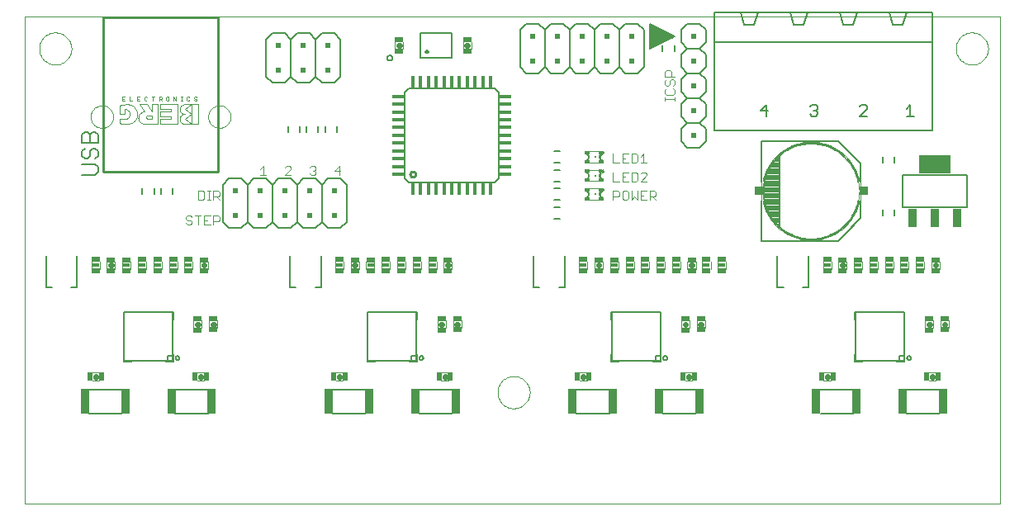
<source format=gto>
G75*
G70*
%OFA0B0*%
%FSLAX24Y24*%
%IPPOS*%
%LPD*%
%AMOC8*
5,1,8,0,0,1.08239X$1,22.5*
%
%ADD10C,0.0000*%
%ADD11C,0.0060*%
%ADD12C,0.0030*%
%ADD13C,0.0080*%
%ADD14C,0.0040*%
%ADD15C,0.0220*%
%ADD16R,0.0374X0.0197*%
%ADD17R,0.0300X0.0180*%
%ADD18R,0.0197X0.0374*%
%ADD19R,0.0335X0.1043*%
%ADD20R,0.0197X0.0128*%
%ADD21R,0.0098X0.0059*%
%ADD22R,0.0069X0.0157*%
%ADD23R,0.0079X0.0079*%
%ADD24R,0.0118X0.0118*%
%ADD25R,0.0030X0.0128*%
%ADD26C,0.0050*%
%ADD27C,0.0100*%
%ADD28C,0.0020*%
%ADD29C,0.0010*%
%ADD30R,0.1260X0.0730*%
%ADD31R,0.0340X0.0730*%
%ADD32R,0.0374X0.0354*%
%ADD33R,0.0200X0.0200*%
%ADD34R,0.0157X0.0453*%
%ADD35R,0.0157X0.0453*%
%ADD36R,0.0158X0.0453*%
%ADD37R,0.0453X0.0157*%
%ADD38R,0.0453X0.0157*%
%ADD39R,0.0453X0.0158*%
D10*
X002640Y008640D02*
X002640Y028325D01*
X042010Y028325D01*
X042010Y008640D01*
X002640Y008640D01*
X021740Y013140D02*
X021742Y013190D01*
X021748Y013240D01*
X021758Y013290D01*
X021771Y013338D01*
X021788Y013386D01*
X021809Y013432D01*
X021833Y013476D01*
X021861Y013518D01*
X021892Y013558D01*
X021926Y013595D01*
X021963Y013630D01*
X022002Y013661D01*
X022043Y013690D01*
X022087Y013715D01*
X022133Y013737D01*
X022180Y013755D01*
X022228Y013769D01*
X022277Y013780D01*
X022327Y013787D01*
X022377Y013790D01*
X022428Y013789D01*
X022478Y013784D01*
X022528Y013775D01*
X022576Y013763D01*
X022624Y013746D01*
X022670Y013726D01*
X022715Y013703D01*
X022758Y013676D01*
X022798Y013646D01*
X022836Y013613D01*
X022871Y013577D01*
X022904Y013538D01*
X022933Y013497D01*
X022959Y013454D01*
X022982Y013409D01*
X023001Y013362D01*
X023016Y013314D01*
X023028Y013265D01*
X023036Y013215D01*
X023040Y013165D01*
X023040Y013115D01*
X023036Y013065D01*
X023028Y013015D01*
X023016Y012966D01*
X023001Y012918D01*
X022982Y012871D01*
X022959Y012826D01*
X022933Y012783D01*
X022904Y012742D01*
X022871Y012703D01*
X022836Y012667D01*
X022798Y012634D01*
X022758Y012604D01*
X022715Y012577D01*
X022670Y012554D01*
X022624Y012534D01*
X022576Y012517D01*
X022528Y012505D01*
X022478Y012496D01*
X022428Y012491D01*
X022377Y012490D01*
X022327Y012493D01*
X022277Y012500D01*
X022228Y012511D01*
X022180Y012525D01*
X022133Y012543D01*
X022087Y012565D01*
X022043Y012590D01*
X022002Y012619D01*
X021963Y012650D01*
X021926Y012685D01*
X021892Y012722D01*
X021861Y012762D01*
X021833Y012804D01*
X021809Y012848D01*
X021788Y012894D01*
X021771Y012942D01*
X021758Y012990D01*
X021748Y013040D01*
X021742Y013090D01*
X021740Y013140D01*
X010057Y024265D02*
X010059Y024307D01*
X010065Y024349D01*
X010075Y024391D01*
X010088Y024431D01*
X010106Y024470D01*
X010127Y024507D01*
X010151Y024541D01*
X010179Y024574D01*
X010209Y024604D01*
X010242Y024630D01*
X010277Y024654D01*
X010315Y024674D01*
X010354Y024690D01*
X010394Y024703D01*
X010436Y024712D01*
X010478Y024717D01*
X010521Y024718D01*
X010563Y024715D01*
X010605Y024708D01*
X010646Y024697D01*
X010686Y024682D01*
X010724Y024664D01*
X010761Y024642D01*
X010795Y024617D01*
X010827Y024589D01*
X010855Y024558D01*
X010881Y024524D01*
X010904Y024488D01*
X010923Y024451D01*
X010939Y024411D01*
X010951Y024370D01*
X010959Y024329D01*
X010963Y024286D01*
X010963Y024244D01*
X010959Y024201D01*
X010951Y024160D01*
X010939Y024119D01*
X010923Y024079D01*
X010904Y024042D01*
X010881Y024006D01*
X010855Y023972D01*
X010827Y023941D01*
X010795Y023913D01*
X010761Y023888D01*
X010724Y023866D01*
X010686Y023848D01*
X010646Y023833D01*
X010605Y023822D01*
X010563Y023815D01*
X010521Y023812D01*
X010478Y023813D01*
X010436Y023818D01*
X010394Y023827D01*
X010354Y023840D01*
X010315Y023856D01*
X010277Y023876D01*
X010242Y023900D01*
X010209Y023926D01*
X010179Y023956D01*
X010151Y023989D01*
X010127Y024023D01*
X010106Y024060D01*
X010088Y024099D01*
X010075Y024139D01*
X010065Y024181D01*
X010059Y024223D01*
X010057Y024265D01*
X005317Y024265D02*
X005319Y024307D01*
X005325Y024349D01*
X005335Y024391D01*
X005348Y024431D01*
X005366Y024470D01*
X005387Y024507D01*
X005411Y024541D01*
X005439Y024574D01*
X005469Y024604D01*
X005502Y024630D01*
X005537Y024654D01*
X005575Y024674D01*
X005614Y024690D01*
X005654Y024703D01*
X005696Y024712D01*
X005738Y024717D01*
X005781Y024718D01*
X005823Y024715D01*
X005865Y024708D01*
X005906Y024697D01*
X005946Y024682D01*
X005984Y024664D01*
X006021Y024642D01*
X006055Y024617D01*
X006087Y024589D01*
X006115Y024558D01*
X006141Y024524D01*
X006164Y024488D01*
X006183Y024451D01*
X006199Y024411D01*
X006211Y024370D01*
X006219Y024329D01*
X006223Y024286D01*
X006223Y024244D01*
X006219Y024201D01*
X006211Y024160D01*
X006199Y024119D01*
X006183Y024079D01*
X006164Y024042D01*
X006141Y024006D01*
X006115Y023972D01*
X006087Y023941D01*
X006055Y023913D01*
X006021Y023888D01*
X005984Y023866D01*
X005946Y023848D01*
X005906Y023833D01*
X005865Y023822D01*
X005823Y023815D01*
X005781Y023812D01*
X005738Y023813D01*
X005696Y023818D01*
X005654Y023827D01*
X005614Y023840D01*
X005575Y023856D01*
X005537Y023876D01*
X005502Y023900D01*
X005469Y023926D01*
X005439Y023956D01*
X005411Y023989D01*
X005387Y024023D01*
X005366Y024060D01*
X005348Y024099D01*
X005335Y024139D01*
X005325Y024181D01*
X005319Y024223D01*
X005317Y024265D01*
X003240Y027015D02*
X003242Y027065D01*
X003248Y027115D01*
X003258Y027165D01*
X003271Y027213D01*
X003288Y027261D01*
X003309Y027307D01*
X003333Y027351D01*
X003361Y027393D01*
X003392Y027433D01*
X003426Y027470D01*
X003463Y027505D01*
X003502Y027536D01*
X003543Y027565D01*
X003587Y027590D01*
X003633Y027612D01*
X003680Y027630D01*
X003728Y027644D01*
X003777Y027655D01*
X003827Y027662D01*
X003877Y027665D01*
X003928Y027664D01*
X003978Y027659D01*
X004028Y027650D01*
X004076Y027638D01*
X004124Y027621D01*
X004170Y027601D01*
X004215Y027578D01*
X004258Y027551D01*
X004298Y027521D01*
X004336Y027488D01*
X004371Y027452D01*
X004404Y027413D01*
X004433Y027372D01*
X004459Y027329D01*
X004482Y027284D01*
X004501Y027237D01*
X004516Y027189D01*
X004528Y027140D01*
X004536Y027090D01*
X004540Y027040D01*
X004540Y026990D01*
X004536Y026940D01*
X004528Y026890D01*
X004516Y026841D01*
X004501Y026793D01*
X004482Y026746D01*
X004459Y026701D01*
X004433Y026658D01*
X004404Y026617D01*
X004371Y026578D01*
X004336Y026542D01*
X004298Y026509D01*
X004258Y026479D01*
X004215Y026452D01*
X004170Y026429D01*
X004124Y026409D01*
X004076Y026392D01*
X004028Y026380D01*
X003978Y026371D01*
X003928Y026366D01*
X003877Y026365D01*
X003827Y026368D01*
X003777Y026375D01*
X003728Y026386D01*
X003680Y026400D01*
X003633Y026418D01*
X003587Y026440D01*
X003543Y026465D01*
X003502Y026494D01*
X003463Y026525D01*
X003426Y026560D01*
X003392Y026597D01*
X003361Y026637D01*
X003333Y026679D01*
X003309Y026723D01*
X003288Y026769D01*
X003271Y026817D01*
X003258Y026865D01*
X003248Y026915D01*
X003242Y026965D01*
X003240Y027015D01*
X040240Y027015D02*
X040242Y027065D01*
X040248Y027115D01*
X040258Y027165D01*
X040271Y027213D01*
X040288Y027261D01*
X040309Y027307D01*
X040333Y027351D01*
X040361Y027393D01*
X040392Y027433D01*
X040426Y027470D01*
X040463Y027505D01*
X040502Y027536D01*
X040543Y027565D01*
X040587Y027590D01*
X040633Y027612D01*
X040680Y027630D01*
X040728Y027644D01*
X040777Y027655D01*
X040827Y027662D01*
X040877Y027665D01*
X040928Y027664D01*
X040978Y027659D01*
X041028Y027650D01*
X041076Y027638D01*
X041124Y027621D01*
X041170Y027601D01*
X041215Y027578D01*
X041258Y027551D01*
X041298Y027521D01*
X041336Y027488D01*
X041371Y027452D01*
X041404Y027413D01*
X041433Y027372D01*
X041459Y027329D01*
X041482Y027284D01*
X041501Y027237D01*
X041516Y027189D01*
X041528Y027140D01*
X041536Y027090D01*
X041540Y027040D01*
X041540Y026990D01*
X041536Y026940D01*
X041528Y026890D01*
X041516Y026841D01*
X041501Y026793D01*
X041482Y026746D01*
X041459Y026701D01*
X041433Y026658D01*
X041404Y026617D01*
X041371Y026578D01*
X041336Y026542D01*
X041298Y026509D01*
X041258Y026479D01*
X041215Y026452D01*
X041170Y026429D01*
X041124Y026409D01*
X041076Y026392D01*
X041028Y026380D01*
X040978Y026371D01*
X040928Y026366D01*
X040877Y026365D01*
X040827Y026368D01*
X040777Y026375D01*
X040728Y026386D01*
X040680Y026400D01*
X040633Y026418D01*
X040587Y026440D01*
X040543Y026465D01*
X040502Y026494D01*
X040463Y026525D01*
X040426Y026560D01*
X040392Y026597D01*
X040361Y026637D01*
X040333Y026679D01*
X040309Y026723D01*
X040288Y026769D01*
X040271Y026817D01*
X040258Y026865D01*
X040248Y026915D01*
X040242Y026965D01*
X040240Y027015D01*
D11*
X039290Y027265D02*
X039290Y028465D01*
X038240Y028465D01*
X037540Y028465D01*
X036240Y028465D01*
X035540Y028465D01*
X034240Y028465D01*
X034090Y027965D01*
X033690Y027965D01*
X033540Y028465D01*
X032240Y028465D01*
X032090Y027965D01*
X031690Y027965D01*
X031540Y028465D01*
X030490Y028465D01*
X030490Y027265D01*
X030490Y023715D01*
X031640Y023715D01*
X032140Y023715D01*
X033640Y023715D01*
X034140Y023715D01*
X035640Y023715D01*
X036140Y023715D01*
X037640Y023715D01*
X038140Y023715D01*
X039290Y023715D01*
X039290Y027265D01*
X030490Y027265D01*
X030140Y027265D02*
X030140Y027765D01*
X029890Y028015D01*
X029390Y028015D01*
X029140Y027765D01*
X029140Y027265D01*
X029390Y027015D01*
X029140Y026765D01*
X029140Y026265D01*
X029390Y026015D01*
X029890Y026015D01*
X030140Y026265D01*
X030140Y026765D01*
X029890Y027015D01*
X029390Y027015D01*
X029890Y027015D02*
X030140Y027265D01*
X028876Y027133D02*
X028876Y026897D01*
X028404Y026897D02*
X028404Y027133D01*
X027890Y027015D02*
X027890Y028015D01*
X027640Y027765D02*
X027640Y026265D01*
X027390Y026015D01*
X026890Y026015D01*
X026640Y026265D01*
X026640Y027765D01*
X026890Y028015D01*
X027390Y028015D01*
X027640Y027765D01*
X026640Y027765D02*
X026390Y028015D01*
X025890Y028015D01*
X025640Y027765D01*
X025640Y026265D01*
X025890Y026015D01*
X026390Y026015D01*
X026640Y026265D01*
X025640Y026265D02*
X025390Y026015D01*
X024890Y026015D01*
X024640Y026265D01*
X024640Y027765D01*
X024890Y028015D01*
X025390Y028015D01*
X025640Y027765D01*
X024640Y027765D02*
X024390Y028015D01*
X023890Y028015D01*
X023640Y027765D01*
X023640Y026265D01*
X023890Y026015D01*
X024390Y026015D01*
X024640Y026265D01*
X023640Y026265D02*
X023390Y026015D01*
X022890Y026015D01*
X022640Y026265D01*
X022640Y027765D01*
X022890Y028015D01*
X023390Y028015D01*
X023640Y027765D01*
X029140Y025765D02*
X029140Y025265D01*
X029390Y025015D01*
X029140Y024765D01*
X029140Y024265D01*
X029390Y024015D01*
X029140Y023765D01*
X029140Y023265D01*
X029390Y023015D01*
X029890Y023015D01*
X030140Y023265D01*
X030140Y023765D01*
X029890Y024015D01*
X029390Y024015D01*
X029890Y024015D02*
X030140Y024265D01*
X030140Y024765D01*
X029890Y025015D01*
X029390Y025015D01*
X029890Y025015D02*
X030140Y025265D01*
X030140Y025765D01*
X029890Y026015D01*
X029390Y026015D02*
X029140Y025765D01*
X031540Y028465D02*
X032240Y028465D01*
X033540Y028465D02*
X034240Y028465D01*
X035540Y028465D02*
X035690Y027965D01*
X036090Y027965D01*
X036240Y028465D01*
X037540Y028465D02*
X037690Y027965D01*
X038090Y027965D01*
X038240Y028465D01*
X037751Y022633D02*
X037751Y022397D01*
X037279Y022397D02*
X037279Y022633D01*
X037279Y020508D02*
X037279Y020272D01*
X037751Y020272D02*
X037751Y020508D01*
X038253Y013255D02*
X039562Y013255D01*
X039312Y013255D02*
X038518Y013255D01*
X038513Y012275D02*
X039322Y012275D01*
X039572Y012275D02*
X038263Y012275D01*
X036082Y012275D02*
X034773Y012275D01*
X035023Y012275D02*
X035818Y012275D01*
X035822Y013255D02*
X035013Y013255D01*
X034763Y013255D02*
X036072Y013255D01*
X029720Y013255D02*
X028411Y013255D01*
X028675Y013255D02*
X029470Y013255D01*
X029479Y012275D02*
X028671Y012275D01*
X028421Y012275D02*
X029729Y012275D01*
X026239Y012275D02*
X024931Y012275D01*
X025181Y012275D02*
X025975Y012275D01*
X025979Y013255D02*
X025171Y013255D01*
X024921Y013255D02*
X026229Y013255D01*
X019877Y013255D02*
X018568Y013255D01*
X018833Y013255D02*
X019627Y013255D01*
X019637Y012275D02*
X018828Y012275D01*
X018578Y012275D02*
X019887Y012275D01*
X016397Y012275D02*
X015088Y012275D01*
X015338Y012275D02*
X016133Y012275D01*
X016137Y013255D02*
X015328Y013255D01*
X015078Y013255D02*
X016387Y013255D01*
X010034Y013255D02*
X008726Y013255D01*
X008990Y013255D02*
X009784Y013255D01*
X009794Y012275D02*
X008986Y012275D01*
X008736Y012275D02*
X010044Y012275D01*
X006554Y012275D02*
X005246Y012275D01*
X005496Y012275D02*
X006290Y012275D01*
X006294Y013255D02*
X005486Y013255D01*
X005236Y013255D02*
X006544Y013255D01*
X010890Y019765D02*
X010640Y020015D01*
X010640Y021515D01*
X010890Y021765D01*
X011390Y021765D01*
X011640Y021515D01*
X011640Y020015D01*
X011390Y019765D01*
X010890Y019765D01*
X011640Y020015D02*
X011890Y019765D01*
X012390Y019765D01*
X012640Y020015D01*
X012640Y021515D01*
X012390Y021765D01*
X011890Y021765D01*
X011640Y021515D01*
X012640Y021515D02*
X012890Y021765D01*
X013390Y021765D01*
X013640Y021515D01*
X013640Y020015D01*
X013390Y019765D01*
X012890Y019765D01*
X012640Y020015D01*
X013640Y020015D02*
X013890Y019765D01*
X014390Y019765D01*
X014640Y020015D01*
X014640Y021515D01*
X014390Y021765D01*
X013890Y021765D01*
X013640Y021515D01*
X014640Y021515D02*
X014890Y021765D01*
X015390Y021765D01*
X015640Y021515D01*
X015640Y020015D01*
X015390Y019765D01*
X014890Y019765D01*
X014640Y020015D01*
X014501Y023647D02*
X014501Y023883D01*
X014779Y023883D02*
X014779Y023647D01*
X015251Y023647D02*
X015251Y023883D01*
X014029Y023883D02*
X014029Y023647D01*
X013751Y023647D02*
X013751Y023883D01*
X013279Y023883D02*
X013279Y023647D01*
X013140Y025640D02*
X012640Y025640D01*
X012390Y025890D01*
X012390Y027390D01*
X012640Y027640D01*
X013140Y027640D01*
X013390Y027390D01*
X013390Y025890D01*
X013140Y025640D01*
X013390Y025890D02*
X013640Y025640D01*
X014140Y025640D01*
X014390Y025890D01*
X014390Y027390D01*
X014140Y027640D01*
X013640Y027640D01*
X013390Y027390D01*
X014390Y027390D02*
X014640Y027640D01*
X015140Y027640D01*
X015390Y027390D01*
X015390Y025890D01*
X015140Y025640D01*
X014640Y025640D01*
X014390Y025890D01*
X008626Y021383D02*
X008626Y021147D01*
X008154Y021147D02*
X008154Y021383D01*
X007876Y021383D02*
X007876Y021147D01*
X007404Y021147D02*
X007404Y021383D01*
X005610Y022027D02*
X005610Y022240D01*
X005503Y022347D01*
X004969Y022347D01*
X005076Y022565D02*
X004969Y022671D01*
X004969Y022885D01*
X005076Y022992D01*
X005290Y022885D02*
X005396Y022992D01*
X005503Y022992D01*
X005610Y022885D01*
X005610Y022671D01*
X005503Y022565D01*
X005290Y022671D02*
X005290Y022885D01*
X005290Y022671D02*
X005183Y022565D01*
X005076Y022565D01*
X004969Y023209D02*
X004969Y023529D01*
X005076Y023636D01*
X005183Y023636D01*
X005290Y023529D01*
X005290Y023209D01*
X005610Y023209D02*
X005610Y023529D01*
X005503Y023636D01*
X005396Y023636D01*
X005290Y023529D01*
X005610Y023209D02*
X004969Y023209D01*
X004969Y021920D02*
X005503Y021920D01*
X005610Y022027D01*
X024022Y022126D02*
X024258Y022126D01*
X024258Y022404D02*
X024022Y022404D01*
X024022Y022876D02*
X024258Y022876D01*
X024258Y021654D02*
X024022Y021654D01*
X024022Y021376D02*
X024258Y021376D01*
X024258Y020904D02*
X024022Y020904D01*
X024022Y020626D02*
X024258Y020626D01*
X024258Y020154D02*
X024022Y020154D01*
D12*
X026405Y020905D02*
X026405Y021275D01*
X026590Y021275D01*
X026652Y021214D01*
X026652Y021090D01*
X026590Y021028D01*
X026405Y021028D01*
X026773Y020967D02*
X026835Y020905D01*
X026958Y020905D01*
X027020Y020967D01*
X027020Y021214D01*
X026958Y021275D01*
X026835Y021275D01*
X026773Y021214D01*
X026773Y020967D01*
X027142Y020905D02*
X027265Y021028D01*
X027389Y020905D01*
X027389Y021275D01*
X027510Y021275D02*
X027510Y020905D01*
X027757Y020905D01*
X027878Y020905D02*
X027878Y021275D01*
X028063Y021275D01*
X028125Y021214D01*
X028125Y021090D01*
X028063Y021028D01*
X027878Y021028D01*
X028002Y021028D02*
X028125Y020905D01*
X027633Y021090D02*
X027510Y021090D01*
X027510Y021275D02*
X027757Y021275D01*
X027757Y021655D02*
X027510Y021655D01*
X027757Y021902D01*
X027757Y021964D01*
X027695Y022025D01*
X027572Y022025D01*
X027510Y021964D01*
X027389Y021964D02*
X027327Y022025D01*
X027142Y022025D01*
X027142Y021655D01*
X027327Y021655D01*
X027389Y021717D01*
X027389Y021964D01*
X027020Y022025D02*
X026773Y022025D01*
X026773Y021655D01*
X027020Y021655D01*
X026897Y021840D02*
X026773Y021840D01*
X026652Y021655D02*
X026405Y021655D01*
X026405Y022025D01*
X026405Y022405D02*
X026652Y022405D01*
X026773Y022405D02*
X026773Y022775D01*
X027020Y022775D01*
X027142Y022775D02*
X027327Y022775D01*
X027389Y022714D01*
X027389Y022467D01*
X027327Y022405D01*
X027142Y022405D01*
X027142Y022775D01*
X026897Y022590D02*
X026773Y022590D01*
X026773Y022405D02*
X027020Y022405D01*
X027510Y022405D02*
X027757Y022405D01*
X027633Y022405D02*
X027633Y022775D01*
X027510Y022652D01*
X026405Y022775D02*
X026405Y022405D01*
X027142Y021275D02*
X027142Y020905D01*
X028505Y024905D02*
X028505Y025028D01*
X028505Y024967D02*
X028875Y024967D01*
X028875Y025028D02*
X028875Y024905D01*
X028813Y025151D02*
X028875Y025212D01*
X028875Y025336D01*
X028813Y025397D01*
X028813Y025519D02*
X028875Y025581D01*
X028875Y025704D01*
X028813Y025766D01*
X028752Y025766D01*
X028690Y025704D01*
X028690Y025581D01*
X028628Y025519D01*
X028566Y025519D01*
X028505Y025581D01*
X028505Y025704D01*
X028566Y025766D01*
X028505Y025887D02*
X028875Y025887D01*
X028752Y025887D02*
X028752Y026072D01*
X028690Y026134D01*
X028566Y026134D01*
X028505Y026072D01*
X028505Y025887D01*
X028566Y025397D02*
X028505Y025336D01*
X028505Y025212D01*
X028566Y025151D01*
X028813Y025151D01*
X015402Y022090D02*
X015155Y022090D01*
X015340Y022275D01*
X015340Y021905D01*
X014402Y021967D02*
X014340Y021905D01*
X014217Y021905D01*
X014155Y021967D01*
X014278Y022090D02*
X014340Y022090D01*
X014402Y022028D01*
X014402Y021967D01*
X014340Y022090D02*
X014402Y022152D01*
X014402Y022214D01*
X014340Y022275D01*
X014217Y022275D01*
X014155Y022214D01*
X013402Y022214D02*
X013402Y022152D01*
X013155Y021905D01*
X013402Y021905D01*
X013402Y022214D02*
X013340Y022275D01*
X013217Y022275D01*
X013155Y022214D01*
X012402Y021905D02*
X012155Y021905D01*
X012278Y021905D02*
X012278Y022275D01*
X012155Y022152D01*
X010516Y021214D02*
X010516Y021090D01*
X010454Y021028D01*
X010269Y021028D01*
X010269Y020905D02*
X010269Y021275D01*
X010454Y021275D01*
X010516Y021214D01*
X010392Y021028D02*
X010516Y020905D01*
X010147Y020905D02*
X010023Y020905D01*
X010085Y020905D02*
X010085Y021275D01*
X010023Y021275D02*
X010147Y021275D01*
X009902Y021214D02*
X009840Y021275D01*
X009655Y021275D01*
X009655Y020905D01*
X009840Y020905D01*
X009902Y020967D01*
X009902Y021214D01*
X009892Y020275D02*
X009892Y019905D01*
X010139Y019905D01*
X010260Y019905D02*
X010260Y020275D01*
X010445Y020275D01*
X010507Y020214D01*
X010507Y020090D01*
X010445Y020028D01*
X010260Y020028D01*
X010015Y020090D02*
X009892Y020090D01*
X009892Y020275D02*
X010139Y020275D01*
X009770Y020275D02*
X009523Y020275D01*
X009647Y020275D02*
X009647Y019905D01*
X009402Y019967D02*
X009340Y019905D01*
X009217Y019905D01*
X009155Y019967D01*
X009217Y020090D02*
X009155Y020152D01*
X009155Y020214D01*
X009217Y020275D01*
X009340Y020275D01*
X009402Y020214D01*
X009340Y020090D02*
X009402Y020028D01*
X009402Y019967D01*
X009340Y020090D02*
X009217Y020090D01*
D13*
X013353Y018645D02*
X013353Y017385D01*
X013589Y017385D01*
X014376Y017385D02*
X014612Y017385D01*
X014612Y018645D01*
X016483Y016390D02*
X016783Y016390D01*
X016498Y016374D02*
X016498Y014406D01*
X018270Y014406D01*
X018270Y014603D01*
X018467Y014603D01*
X018467Y016374D01*
X016498Y016374D01*
X016483Y016390D02*
X016483Y016090D01*
X016483Y014690D02*
X016483Y014406D01*
X016483Y014390D02*
X016783Y014390D01*
X018183Y014390D02*
X018483Y014390D01*
X018483Y014690D01*
X018467Y014603D02*
X018467Y014406D01*
X018270Y014406D01*
X018270Y014603D01*
X018467Y014603D01*
X018585Y014524D02*
X018587Y014542D01*
X018593Y014558D01*
X018602Y014573D01*
X018615Y014586D01*
X018630Y014595D01*
X018646Y014601D01*
X018664Y014603D01*
X018682Y014601D01*
X018698Y014595D01*
X018713Y014586D01*
X018726Y014573D01*
X018735Y014558D01*
X018741Y014542D01*
X018743Y014524D01*
X018741Y014506D01*
X018735Y014490D01*
X018726Y014475D01*
X018713Y014462D01*
X018698Y014453D01*
X018682Y014447D01*
X018664Y014445D01*
X018646Y014447D01*
X018630Y014453D01*
X018615Y014462D01*
X018602Y014475D01*
X018593Y014490D01*
X018587Y014506D01*
X018585Y014524D01*
X018587Y014542D01*
X018593Y014558D01*
X018602Y014573D01*
X018615Y014586D01*
X018630Y014595D01*
X018646Y014601D01*
X018664Y014603D01*
X018682Y014601D01*
X018698Y014595D01*
X018713Y014586D01*
X018726Y014573D01*
X018735Y014558D01*
X018741Y014542D01*
X018743Y014524D01*
X018741Y014506D01*
X018735Y014490D01*
X018726Y014475D01*
X018713Y014462D01*
X018698Y014453D01*
X018682Y014447D01*
X018664Y014445D01*
X018646Y014447D01*
X018630Y014453D01*
X018615Y014462D01*
X018602Y014475D01*
X018593Y014490D01*
X018587Y014506D01*
X018585Y014524D01*
X018483Y016090D02*
X018483Y016390D01*
X018183Y016390D01*
X023195Y017385D02*
X023195Y018645D01*
X024455Y018645D02*
X024455Y017385D01*
X024219Y017385D01*
X023431Y017385D02*
X023195Y017385D01*
X026325Y016390D02*
X026325Y016090D01*
X026341Y016374D02*
X026341Y014406D01*
X028112Y014406D01*
X028112Y014603D01*
X028309Y014603D01*
X028309Y016374D01*
X026341Y016374D01*
X026325Y016390D02*
X026625Y016390D01*
X028025Y016390D02*
X028325Y016390D01*
X028325Y016090D01*
X028325Y014690D02*
X028325Y014390D01*
X028025Y014390D01*
X028112Y014406D02*
X028112Y014603D01*
X028309Y014603D01*
X028309Y014406D01*
X028112Y014406D01*
X028427Y014524D02*
X028429Y014542D01*
X028435Y014558D01*
X028444Y014573D01*
X028457Y014586D01*
X028472Y014595D01*
X028488Y014601D01*
X028506Y014603D01*
X028524Y014601D01*
X028540Y014595D01*
X028555Y014586D01*
X028568Y014573D01*
X028577Y014558D01*
X028583Y014542D01*
X028585Y014524D01*
X028583Y014506D01*
X028577Y014490D01*
X028568Y014475D01*
X028555Y014462D01*
X028540Y014453D01*
X028524Y014447D01*
X028506Y014445D01*
X028488Y014447D01*
X028472Y014453D01*
X028457Y014462D01*
X028444Y014475D01*
X028435Y014490D01*
X028429Y014506D01*
X028427Y014524D01*
X028429Y014542D01*
X028435Y014558D01*
X028444Y014573D01*
X028457Y014586D01*
X028472Y014595D01*
X028488Y014601D01*
X028506Y014603D01*
X028524Y014601D01*
X028540Y014595D01*
X028555Y014586D01*
X028568Y014573D01*
X028577Y014558D01*
X028583Y014542D01*
X028585Y014524D01*
X028583Y014506D01*
X028577Y014490D01*
X028568Y014475D01*
X028555Y014462D01*
X028540Y014453D01*
X028524Y014447D01*
X028506Y014445D01*
X028488Y014447D01*
X028472Y014453D01*
X028457Y014462D01*
X028444Y014475D01*
X028435Y014490D01*
X028429Y014506D01*
X028427Y014524D01*
X026625Y014390D02*
X026325Y014390D01*
X026325Y014406D02*
X026325Y014690D01*
X033038Y017385D02*
X033038Y018645D01*
X032382Y019257D02*
X032382Y020871D01*
X032382Y021659D02*
X032382Y023273D01*
X035492Y023273D01*
X036398Y022367D01*
X036398Y021659D01*
X036398Y020871D02*
X036398Y020163D01*
X035492Y019257D01*
X032382Y019257D01*
X034297Y018645D02*
X034297Y017385D01*
X034061Y017385D01*
X033274Y017385D02*
X033038Y017385D01*
X036168Y016390D02*
X036168Y016090D01*
X036183Y016374D02*
X036183Y014406D01*
X037955Y014406D01*
X037955Y014603D01*
X038152Y014603D01*
X038152Y016374D01*
X036183Y016374D01*
X036168Y016390D02*
X036468Y016390D01*
X037868Y016390D02*
X038168Y016390D01*
X038168Y016090D01*
X038168Y014690D02*
X038168Y014390D01*
X037868Y014390D01*
X037955Y014406D02*
X038152Y014406D01*
X038152Y014603D01*
X037955Y014603D01*
X037955Y014406D01*
X038270Y014524D02*
X038272Y014542D01*
X038278Y014558D01*
X038287Y014573D01*
X038300Y014586D01*
X038315Y014595D01*
X038331Y014601D01*
X038349Y014603D01*
X038367Y014601D01*
X038383Y014595D01*
X038398Y014586D01*
X038411Y014573D01*
X038420Y014558D01*
X038426Y014542D01*
X038428Y014524D01*
X038426Y014506D01*
X038420Y014490D01*
X038411Y014475D01*
X038398Y014462D01*
X038383Y014453D01*
X038367Y014447D01*
X038349Y014445D01*
X038331Y014447D01*
X038315Y014453D01*
X038300Y014462D01*
X038287Y014475D01*
X038278Y014490D01*
X038272Y014506D01*
X038270Y014524D01*
X038272Y014542D01*
X038278Y014558D01*
X038287Y014573D01*
X038300Y014586D01*
X038315Y014595D01*
X038331Y014601D01*
X038349Y014603D01*
X038367Y014601D01*
X038383Y014595D01*
X038398Y014586D01*
X038411Y014573D01*
X038420Y014558D01*
X038426Y014542D01*
X038428Y014524D01*
X038426Y014506D01*
X038420Y014490D01*
X038411Y014475D01*
X038398Y014462D01*
X038383Y014453D01*
X038367Y014447D01*
X038349Y014445D01*
X038331Y014447D01*
X038315Y014453D01*
X038300Y014462D01*
X038287Y014475D01*
X038278Y014490D01*
X038272Y014506D01*
X038270Y014524D01*
X036468Y014390D02*
X036168Y014390D01*
X036168Y014406D02*
X036168Y014690D01*
X038100Y020615D02*
X038100Y021915D01*
X040680Y021915D01*
X040680Y020615D01*
X038100Y020615D01*
X021780Y021783D02*
X021622Y021625D01*
X018158Y021625D01*
X018000Y021783D01*
X018000Y025247D01*
X018158Y025405D01*
X021622Y025405D01*
X021780Y025247D01*
X021780Y021783D01*
X019895Y026632D02*
X018635Y026632D01*
X018635Y026648D02*
X018635Y027632D01*
X019895Y027632D01*
X019895Y026648D01*
X008640Y016390D02*
X008340Y016390D01*
X008624Y016374D02*
X006656Y016374D01*
X006656Y014406D01*
X008427Y014406D01*
X008427Y014603D01*
X008624Y014603D01*
X008624Y016374D01*
X008640Y016390D02*
X008640Y016090D01*
X006940Y016390D02*
X006640Y016390D01*
X006640Y016090D01*
X006640Y014690D02*
X006640Y014406D01*
X006640Y014390D02*
X006940Y014390D01*
X008340Y014390D02*
X008640Y014390D01*
X008640Y014690D01*
X008624Y014603D02*
X008624Y014406D01*
X008427Y014406D01*
X008427Y014603D01*
X008624Y014603D01*
X008742Y014524D02*
X008744Y014542D01*
X008750Y014558D01*
X008759Y014573D01*
X008772Y014586D01*
X008787Y014595D01*
X008803Y014601D01*
X008821Y014603D01*
X008839Y014601D01*
X008855Y014595D01*
X008870Y014586D01*
X008883Y014573D01*
X008892Y014558D01*
X008898Y014542D01*
X008900Y014524D01*
X008898Y014506D01*
X008892Y014490D01*
X008883Y014475D01*
X008870Y014462D01*
X008855Y014453D01*
X008839Y014447D01*
X008821Y014445D01*
X008803Y014447D01*
X008787Y014453D01*
X008772Y014462D01*
X008759Y014475D01*
X008750Y014490D01*
X008744Y014506D01*
X008742Y014524D01*
X008744Y014542D01*
X008750Y014558D01*
X008759Y014573D01*
X008772Y014586D01*
X008787Y014595D01*
X008803Y014601D01*
X008821Y014603D01*
X008839Y014601D01*
X008855Y014595D01*
X008870Y014586D01*
X008883Y014573D01*
X008892Y014558D01*
X008898Y014542D01*
X008900Y014524D01*
X008898Y014506D01*
X008892Y014490D01*
X008883Y014475D01*
X008870Y014462D01*
X008855Y014453D01*
X008839Y014447D01*
X008821Y014445D01*
X008803Y014447D01*
X008787Y014453D01*
X008772Y014462D01*
X008759Y014475D01*
X008750Y014490D01*
X008744Y014506D01*
X008742Y014524D01*
X004770Y017385D02*
X004534Y017385D01*
X004770Y017385D02*
X004770Y018645D01*
X003510Y018645D02*
X003510Y017385D01*
X003746Y017385D01*
D14*
X005350Y018125D02*
X005350Y018405D01*
X005685Y018405D02*
X005685Y018125D01*
X005970Y018125D02*
X005970Y018405D01*
X006305Y018405D02*
X006305Y018125D01*
X006595Y018125D02*
X006595Y018405D01*
X006930Y018405D02*
X006930Y018125D01*
X007225Y018125D02*
X007225Y018405D01*
X007560Y018405D02*
X007560Y018125D01*
X007850Y018125D02*
X007850Y018405D01*
X008185Y018405D02*
X008185Y018125D01*
X008475Y018125D02*
X008475Y018405D01*
X008810Y018405D02*
X008810Y018125D01*
X009100Y018125D02*
X009100Y018405D01*
X009435Y018405D02*
X009435Y018125D01*
X009720Y018125D02*
X009720Y018405D01*
X010055Y018405D02*
X010055Y018125D01*
X010100Y016030D02*
X010100Y015750D01*
X009805Y015750D02*
X009805Y016030D01*
X009470Y016030D02*
X009470Y015750D01*
X010435Y015750D02*
X010435Y016030D01*
X009905Y013935D02*
X009625Y013935D01*
X009625Y013600D02*
X009905Y013600D01*
X005655Y013595D02*
X005375Y013595D01*
X005375Y013930D02*
X005655Y013930D01*
X015217Y013930D02*
X015498Y013930D01*
X015498Y013595D02*
X015217Y013595D01*
X019312Y015750D02*
X019312Y016030D01*
X019647Y016030D02*
X019647Y015750D01*
X019943Y015750D02*
X019943Y016030D01*
X020278Y016030D02*
X020278Y015750D01*
X019748Y013935D02*
X019467Y013935D01*
X019467Y013600D02*
X019748Y013600D01*
X025060Y013595D02*
X025340Y013595D01*
X025340Y013930D02*
X025060Y013930D01*
X029310Y013935D02*
X029590Y013935D01*
X029590Y013600D02*
X029310Y013600D01*
X029155Y015750D02*
X029155Y016030D01*
X029490Y016030D02*
X029490Y015750D01*
X029785Y015750D02*
X029785Y016030D01*
X030120Y016030D02*
X030120Y015750D01*
X030005Y018125D02*
X030005Y018405D01*
X029740Y018405D02*
X029740Y018125D01*
X029405Y018125D02*
X029405Y018405D01*
X029120Y018405D02*
X029120Y018125D01*
X028785Y018125D02*
X028785Y018405D01*
X028495Y018405D02*
X028495Y018125D01*
X028160Y018125D02*
X028160Y018405D01*
X027870Y018405D02*
X027870Y018125D01*
X027535Y018125D02*
X027535Y018405D01*
X027245Y018405D02*
X027245Y018125D01*
X026910Y018125D02*
X026910Y018405D01*
X026615Y018405D02*
X026615Y018125D01*
X026280Y018125D02*
X026280Y018405D01*
X025990Y018405D02*
X025990Y018125D01*
X025655Y018125D02*
X025655Y018405D01*
X025370Y018405D02*
X025370Y018125D01*
X025035Y018125D02*
X025035Y018405D01*
X025433Y020914D02*
X025847Y020914D01*
X026005Y021003D02*
X025983Y021008D01*
X025963Y021016D01*
X025945Y021027D01*
X025928Y021042D01*
X025914Y021058D01*
X025902Y021077D01*
X025894Y021097D01*
X025889Y021118D01*
X025887Y021140D01*
X025889Y021162D01*
X025894Y021183D01*
X025902Y021203D01*
X025914Y021222D01*
X025928Y021238D01*
X025945Y021253D01*
X025963Y021264D01*
X025983Y021272D01*
X026005Y021277D01*
X025934Y021317D02*
X025936Y021329D01*
X025941Y021340D01*
X025949Y021349D01*
X025960Y021355D01*
X025972Y021358D01*
X025984Y021357D01*
X025996Y021353D01*
X026005Y021345D01*
X026012Y021335D01*
X026016Y021323D01*
X026016Y021311D01*
X026012Y021299D01*
X026005Y021289D01*
X025995Y021281D01*
X025984Y021277D01*
X025972Y021276D01*
X025960Y021279D01*
X025949Y021285D01*
X025941Y021294D01*
X025936Y021305D01*
X025934Y021317D01*
X026004Y021366D02*
X025443Y021366D01*
X025275Y021277D02*
X025297Y021272D01*
X025317Y021264D01*
X025335Y021253D01*
X025352Y021238D01*
X025366Y021222D01*
X025378Y021203D01*
X025386Y021183D01*
X025391Y021162D01*
X025393Y021140D01*
X025391Y021118D01*
X025386Y021097D01*
X025378Y021077D01*
X025366Y021058D01*
X025352Y021042D01*
X025335Y021027D01*
X025317Y021016D01*
X025297Y021008D01*
X025275Y021003D01*
X025433Y021664D02*
X025847Y021664D01*
X026005Y021753D02*
X025983Y021758D01*
X025963Y021766D01*
X025945Y021777D01*
X025928Y021792D01*
X025914Y021808D01*
X025902Y021827D01*
X025894Y021847D01*
X025889Y021868D01*
X025887Y021890D01*
X025889Y021912D01*
X025894Y021933D01*
X025902Y021953D01*
X025914Y021972D01*
X025928Y021988D01*
X025945Y022003D01*
X025963Y022014D01*
X025983Y022022D01*
X026005Y022027D01*
X025934Y022067D02*
X025936Y022079D01*
X025941Y022090D01*
X025949Y022099D01*
X025960Y022105D01*
X025972Y022108D01*
X025984Y022107D01*
X025996Y022103D01*
X026005Y022095D01*
X026012Y022085D01*
X026016Y022073D01*
X026016Y022061D01*
X026012Y022049D01*
X026005Y022039D01*
X025995Y022031D01*
X025984Y022027D01*
X025972Y022026D01*
X025960Y022029D01*
X025949Y022035D01*
X025941Y022044D01*
X025936Y022055D01*
X025934Y022067D01*
X026004Y022116D02*
X025443Y022116D01*
X025275Y022027D02*
X025297Y022022D01*
X025317Y022014D01*
X025335Y022003D01*
X025352Y021988D01*
X025366Y021972D01*
X025378Y021953D01*
X025386Y021933D01*
X025391Y021912D01*
X025393Y021890D01*
X025391Y021868D01*
X025386Y021847D01*
X025378Y021827D01*
X025366Y021808D01*
X025352Y021792D01*
X025335Y021777D01*
X025317Y021766D01*
X025297Y021758D01*
X025275Y021753D01*
X025433Y022414D02*
X025847Y022414D01*
X026005Y022503D02*
X025983Y022508D01*
X025963Y022516D01*
X025945Y022527D01*
X025928Y022542D01*
X025914Y022558D01*
X025902Y022577D01*
X025894Y022597D01*
X025889Y022618D01*
X025887Y022640D01*
X025889Y022662D01*
X025894Y022683D01*
X025902Y022703D01*
X025914Y022722D01*
X025928Y022738D01*
X025945Y022753D01*
X025963Y022764D01*
X025983Y022772D01*
X026005Y022777D01*
X025934Y022817D02*
X025936Y022829D01*
X025941Y022840D01*
X025949Y022849D01*
X025960Y022855D01*
X025972Y022858D01*
X025984Y022857D01*
X025996Y022853D01*
X026005Y022845D01*
X026012Y022835D01*
X026016Y022823D01*
X026016Y022811D01*
X026012Y022799D01*
X026005Y022789D01*
X025995Y022781D01*
X025984Y022777D01*
X025972Y022776D01*
X025960Y022779D01*
X025949Y022785D01*
X025941Y022794D01*
X025936Y022805D01*
X025934Y022817D01*
X026004Y022866D02*
X025443Y022866D01*
X025275Y022777D02*
X025297Y022772D01*
X025317Y022764D01*
X025335Y022753D01*
X025352Y022738D01*
X025366Y022722D01*
X025378Y022703D01*
X025386Y022683D01*
X025391Y022662D01*
X025393Y022640D01*
X025391Y022618D01*
X025386Y022597D01*
X025378Y022577D01*
X025366Y022558D01*
X025352Y022542D01*
X025335Y022527D01*
X025317Y022516D01*
X025297Y022508D01*
X025275Y022503D01*
X030340Y018405D02*
X030340Y018125D01*
X030630Y018125D02*
X030630Y018405D01*
X030965Y018405D02*
X030965Y018125D01*
X032382Y019257D02*
X032382Y023273D01*
X035492Y023273D01*
X036398Y022367D01*
X036398Y020163D01*
X035492Y019257D01*
X032382Y019257D01*
X033060Y019882D02*
X033091Y019882D01*
X033091Y019848D02*
X033091Y022663D01*
X033091Y022682D01*
X032796Y022348D01*
X032559Y021875D01*
X032481Y021442D01*
X032481Y021088D01*
X032559Y020655D01*
X032796Y020182D01*
X033091Y019848D01*
X033110Y019828D02*
X033110Y022722D01*
X033091Y022654D02*
X033066Y022654D01*
X033091Y022616D02*
X033032Y022616D01*
X032998Y022577D02*
X033091Y022577D01*
X033091Y022539D02*
X032964Y022539D01*
X032930Y022500D02*
X033091Y022500D01*
X033091Y022462D02*
X032896Y022462D01*
X032862Y022423D02*
X033091Y022423D01*
X033091Y022385D02*
X032828Y022385D01*
X032795Y022346D02*
X033091Y022346D01*
X033091Y022308D02*
X032775Y022308D01*
X032756Y022269D02*
X033091Y022269D01*
X033091Y022231D02*
X032737Y022231D01*
X032718Y022192D02*
X033091Y022192D01*
X033091Y022154D02*
X032698Y022154D01*
X032679Y022115D02*
X033091Y022115D01*
X033091Y022077D02*
X032660Y022077D01*
X032641Y022038D02*
X033091Y022038D01*
X033091Y022000D02*
X032621Y022000D01*
X032602Y021961D02*
X033091Y021961D01*
X033091Y021923D02*
X032583Y021923D01*
X032564Y021884D02*
X033091Y021884D01*
X033091Y021846D02*
X032554Y021846D01*
X032547Y021807D02*
X033091Y021807D01*
X033091Y021769D02*
X032540Y021769D01*
X032533Y021730D02*
X033091Y021730D01*
X033091Y021692D02*
X032526Y021692D01*
X032519Y021653D02*
X033091Y021653D01*
X033091Y021615D02*
X032512Y021615D01*
X032505Y021576D02*
X033091Y021576D01*
X033091Y021538D02*
X032498Y021538D01*
X032491Y021499D02*
X033091Y021499D01*
X033091Y021461D02*
X032484Y021461D01*
X032481Y021422D02*
X033091Y021422D01*
X033091Y021384D02*
X032481Y021384D01*
X032481Y021345D02*
X033091Y021345D01*
X033091Y021307D02*
X032481Y021307D01*
X032481Y021268D02*
X033091Y021268D01*
X033091Y021230D02*
X032481Y021230D01*
X032481Y021191D02*
X033091Y021191D01*
X033091Y021153D02*
X032481Y021153D01*
X032481Y021114D02*
X033091Y021114D01*
X033091Y021076D02*
X032483Y021076D01*
X032490Y021037D02*
X033091Y021037D01*
X033091Y020999D02*
X032497Y020999D01*
X032504Y020960D02*
X033091Y020960D01*
X033091Y020922D02*
X032511Y020922D01*
X032518Y020883D02*
X033091Y020883D01*
X033091Y020845D02*
X032525Y020845D01*
X032532Y020806D02*
X033091Y020806D01*
X033091Y020768D02*
X032539Y020768D01*
X032546Y020729D02*
X033091Y020729D01*
X033091Y020691D02*
X032553Y020691D01*
X032561Y020652D02*
X033091Y020652D01*
X033091Y020614D02*
X032580Y020614D01*
X032599Y020575D02*
X033091Y020575D01*
X033091Y020537D02*
X032618Y020537D01*
X032638Y020498D02*
X033091Y020498D01*
X033091Y020460D02*
X032657Y020460D01*
X032676Y020421D02*
X033091Y020421D01*
X033091Y020383D02*
X032695Y020383D01*
X032715Y020344D02*
X033091Y020344D01*
X033091Y020306D02*
X032734Y020306D01*
X032753Y020267D02*
X033091Y020267D01*
X033091Y020229D02*
X032772Y020229D01*
X032792Y020190D02*
X033091Y020190D01*
X033091Y020152D02*
X032823Y020152D01*
X032857Y020113D02*
X033091Y020113D01*
X033091Y020075D02*
X032891Y020075D01*
X032925Y020036D02*
X033091Y020036D01*
X033091Y019998D02*
X032959Y019998D01*
X032992Y019959D02*
X033091Y019959D01*
X033091Y019921D02*
X033026Y019921D01*
X034878Y018405D02*
X034878Y018125D01*
X035213Y018125D02*
X035213Y018405D01*
X035497Y018405D02*
X035497Y018125D01*
X035833Y018125D02*
X035833Y018405D01*
X036122Y018405D02*
X036122Y018125D01*
X036458Y018125D02*
X036458Y018405D01*
X036753Y018405D02*
X036753Y018125D01*
X037088Y018125D02*
X037088Y018405D01*
X037378Y018405D02*
X037378Y018125D01*
X037713Y018125D02*
X037713Y018405D01*
X038003Y018405D02*
X038003Y018125D01*
X038338Y018125D02*
X038338Y018405D01*
X038628Y018405D02*
X038628Y018125D01*
X038963Y018125D02*
X038963Y018405D01*
X039247Y018405D02*
X039247Y018125D01*
X039583Y018125D02*
X039583Y018405D01*
X039628Y016030D02*
X039628Y015750D01*
X039333Y015750D02*
X039333Y016030D01*
X038997Y016030D02*
X038997Y015750D01*
X039963Y015750D02*
X039963Y016030D01*
X039433Y013935D02*
X039152Y013935D01*
X039152Y013600D02*
X039433Y013600D01*
X035183Y013595D02*
X034902Y013595D01*
X034902Y013930D02*
X035183Y013930D01*
X032441Y021265D02*
X032443Y021361D01*
X032450Y021456D01*
X032462Y021551D01*
X032478Y021645D01*
X032499Y021739D01*
X032525Y021831D01*
X032555Y021922D01*
X032589Y022011D01*
X032628Y022098D01*
X032671Y022184D01*
X032718Y022267D01*
X032769Y022348D01*
X032825Y022426D01*
X032883Y022501D01*
X032946Y022574D01*
X033012Y022643D01*
X033081Y022709D01*
X033154Y022772D01*
X033229Y022830D01*
X033307Y022886D01*
X033388Y022937D01*
X033471Y022984D01*
X033557Y023027D01*
X033644Y023066D01*
X033733Y023100D01*
X033824Y023130D01*
X033916Y023156D01*
X034010Y023177D01*
X034104Y023193D01*
X034199Y023205D01*
X034294Y023212D01*
X034390Y023214D01*
X034486Y023212D01*
X034581Y023205D01*
X034676Y023193D01*
X034770Y023177D01*
X034864Y023156D01*
X034956Y023130D01*
X035047Y023100D01*
X035136Y023066D01*
X035223Y023027D01*
X035309Y022984D01*
X035392Y022937D01*
X035473Y022886D01*
X035551Y022830D01*
X035626Y022772D01*
X035699Y022709D01*
X035768Y022643D01*
X035834Y022574D01*
X035897Y022501D01*
X035955Y022426D01*
X036011Y022348D01*
X036062Y022267D01*
X036109Y022184D01*
X036152Y022098D01*
X036191Y022011D01*
X036225Y021922D01*
X036255Y021831D01*
X036281Y021739D01*
X036302Y021645D01*
X036318Y021551D01*
X036330Y021456D01*
X036337Y021361D01*
X036339Y021265D01*
X036337Y021169D01*
X036330Y021074D01*
X036318Y020979D01*
X036302Y020885D01*
X036281Y020791D01*
X036255Y020699D01*
X036225Y020608D01*
X036191Y020519D01*
X036152Y020432D01*
X036109Y020346D01*
X036062Y020263D01*
X036011Y020182D01*
X035955Y020104D01*
X035897Y020029D01*
X035834Y019956D01*
X035768Y019887D01*
X035699Y019821D01*
X035626Y019758D01*
X035551Y019700D01*
X035473Y019644D01*
X035392Y019593D01*
X035309Y019546D01*
X035223Y019503D01*
X035136Y019464D01*
X035047Y019430D01*
X034956Y019400D01*
X034864Y019374D01*
X034770Y019353D01*
X034676Y019337D01*
X034581Y019325D01*
X034486Y019318D01*
X034390Y019316D01*
X034294Y019318D01*
X034199Y019325D01*
X034104Y019337D01*
X034010Y019353D01*
X033916Y019374D01*
X033824Y019400D01*
X033733Y019430D01*
X033644Y019464D01*
X033557Y019503D01*
X033471Y019546D01*
X033388Y019593D01*
X033307Y019644D01*
X033229Y019700D01*
X033154Y019758D01*
X033081Y019821D01*
X033012Y019887D01*
X032946Y019956D01*
X032883Y020029D01*
X032825Y020104D01*
X032769Y020182D01*
X032718Y020263D01*
X032671Y020346D01*
X032628Y020432D01*
X032589Y020519D01*
X032555Y020608D01*
X032525Y020699D01*
X032499Y020791D01*
X032478Y020885D01*
X032462Y020979D01*
X032450Y021074D01*
X032443Y021169D01*
X032441Y021265D01*
X020685Y027000D02*
X020685Y027280D01*
X020350Y027280D02*
X020350Y027000D01*
X017930Y027000D02*
X017930Y027280D01*
X017595Y027280D02*
X017595Y027000D01*
X017693Y018405D02*
X017693Y018125D01*
X017403Y018125D02*
X017403Y018405D01*
X017068Y018405D02*
X017068Y018125D01*
X016772Y018125D02*
X016772Y018405D01*
X016437Y018405D02*
X016437Y018125D01*
X016147Y018125D02*
X016147Y018405D01*
X015812Y018405D02*
X015812Y018125D01*
X015528Y018125D02*
X015528Y018405D01*
X015193Y018405D02*
X015193Y018125D01*
X018028Y018125D02*
X018028Y018405D01*
X018318Y018405D02*
X018318Y018125D01*
X018653Y018125D02*
X018653Y018405D01*
X018943Y018405D02*
X018943Y018125D01*
X019278Y018125D02*
X019278Y018405D01*
X019562Y018405D02*
X019562Y018125D01*
X019897Y018125D02*
X019897Y018405D01*
D15*
X019745Y018265D02*
X019721Y018265D01*
X019495Y015890D02*
X019471Y015890D01*
X020096Y015890D02*
X020120Y015890D01*
X019608Y013777D02*
X019608Y013753D01*
X015358Y013753D02*
X015358Y013777D01*
X010277Y015890D02*
X010253Y015890D01*
X009652Y015890D02*
X009628Y015890D01*
X009765Y013777D02*
X009765Y013753D01*
X005515Y013753D02*
X005515Y013777D01*
X006128Y018265D02*
X006152Y018265D01*
X009878Y018265D02*
X009902Y018265D01*
X015971Y018265D02*
X015995Y018265D01*
X025200Y013777D02*
X025200Y013753D01*
X029450Y013777D02*
X029450Y013753D01*
X029337Y015890D02*
X029313Y015890D01*
X029938Y015890D02*
X029962Y015890D01*
X029587Y018265D02*
X029563Y018265D01*
X025837Y018265D02*
X025813Y018265D01*
X035043Y013777D02*
X035043Y013753D01*
X039293Y013777D02*
X039293Y013753D01*
X039180Y015890D02*
X039156Y015890D01*
X039781Y015890D02*
X039805Y015890D01*
X039430Y018265D02*
X039406Y018265D01*
X035680Y018265D02*
X035656Y018265D01*
X020527Y027140D02*
X020503Y027140D01*
X017777Y027140D02*
X017753Y027140D01*
D16*
X017763Y027368D03*
X017763Y026908D03*
X020517Y026912D03*
X020517Y027372D03*
X019731Y018493D03*
X019110Y018497D03*
X018485Y018497D03*
X018485Y018037D03*
X019110Y018037D03*
X019731Y018033D03*
X017860Y018037D03*
X017235Y018037D03*
X016606Y018033D03*
X016606Y018493D03*
X017235Y018497D03*
X017860Y018497D03*
X015981Y018493D03*
X015360Y018497D03*
X015360Y018037D03*
X015981Y018033D03*
X019481Y016118D03*
X019481Y015658D03*
X020110Y015662D03*
X020110Y016122D03*
X025202Y018037D03*
X025202Y018497D03*
X025823Y018493D03*
X026448Y018493D03*
X027077Y018497D03*
X027077Y018037D03*
X026448Y018033D03*
X025823Y018033D03*
X027702Y018037D03*
X028327Y018037D03*
X028952Y018037D03*
X028952Y018497D03*
X028327Y018497D03*
X027702Y018497D03*
X029573Y018493D03*
X030172Y018497D03*
X030797Y018497D03*
X030797Y018037D03*
X030172Y018037D03*
X029573Y018033D03*
X029323Y016118D03*
X029323Y015658D03*
X029952Y015662D03*
X029952Y016122D03*
X035045Y018037D03*
X035666Y018033D03*
X036291Y018033D03*
X036291Y018493D03*
X035666Y018493D03*
X035045Y018497D03*
X036920Y018497D03*
X037545Y018497D03*
X038170Y018497D03*
X038170Y018037D03*
X037545Y018037D03*
X036920Y018037D03*
X038795Y018037D03*
X039416Y018033D03*
X039416Y018493D03*
X038795Y018497D03*
X039166Y016118D03*
X039166Y015658D03*
X039795Y015662D03*
X039795Y016122D03*
X010267Y016122D03*
X010267Y015662D03*
X009638Y015658D03*
X009638Y016118D03*
X009888Y018033D03*
X009267Y018037D03*
X009267Y018497D03*
X009888Y018493D03*
X008642Y018497D03*
X008017Y018497D03*
X007392Y018497D03*
X007392Y018037D03*
X008017Y018037D03*
X008642Y018037D03*
X006763Y018033D03*
X006138Y018033D03*
X006138Y018493D03*
X006763Y018493D03*
X005517Y018497D03*
X005517Y018037D03*
D17*
X005515Y018265D03*
X006765Y018265D03*
X007390Y018265D03*
X008015Y018265D03*
X008640Y018265D03*
X009265Y018265D03*
X015358Y018265D03*
X016608Y018265D03*
X017233Y018265D03*
X017858Y018265D03*
X018483Y018265D03*
X019108Y018265D03*
X025200Y018265D03*
X026450Y018265D03*
X027075Y018265D03*
X027700Y018265D03*
X028325Y018265D03*
X028950Y018265D03*
X030170Y018265D03*
X030795Y018265D03*
X035043Y018265D03*
X036293Y018265D03*
X036918Y018265D03*
X037543Y018265D03*
X038168Y018265D03*
X038793Y018265D03*
D18*
X039061Y013767D03*
X039521Y013767D03*
X035274Y013763D03*
X034814Y013763D03*
X029678Y013767D03*
X029218Y013767D03*
X025432Y013763D03*
X024972Y013763D03*
X019836Y013767D03*
X019376Y013767D03*
X015589Y013763D03*
X015129Y013763D03*
X009993Y013767D03*
X009533Y013767D03*
X005747Y013763D03*
X005287Y013763D03*
D19*
X005077Y012767D03*
X006707Y012767D03*
X008573Y012763D03*
X010203Y012763D03*
X014920Y012767D03*
X016550Y012767D03*
X018415Y012763D03*
X020045Y012763D03*
X024762Y012767D03*
X026392Y012767D03*
X028258Y012763D03*
X029888Y012763D03*
X034605Y012767D03*
X036235Y012767D03*
X038100Y012763D03*
X039730Y012763D03*
D20*
X025935Y020958D03*
X025345Y020958D03*
X025345Y021322D03*
X025345Y021708D03*
X025345Y022072D03*
X025345Y022458D03*
X025345Y022822D03*
X025935Y022458D03*
X025935Y021708D03*
D21*
X025886Y021792D03*
X025886Y021988D03*
X025394Y021988D03*
X025394Y021792D03*
X025394Y021238D03*
X025394Y021042D03*
X025886Y021042D03*
X025886Y021238D03*
X025886Y022542D03*
X025886Y022738D03*
X025394Y022738D03*
X025394Y022542D03*
D22*
X025409Y022640D03*
X025871Y022640D03*
X025871Y021890D03*
X025409Y021890D03*
X025409Y021140D03*
X025871Y021140D03*
D23*
X025679Y021140D03*
X025679Y021890D03*
X025679Y022640D03*
D24*
X025896Y022817D03*
X025896Y022067D03*
X025896Y021317D03*
D25*
X026019Y021322D03*
X026019Y022072D03*
X026019Y022822D03*
D26*
X027890Y027015D02*
X027890Y028015D01*
X028890Y027515D01*
X027890Y027015D01*
X027890Y027022D02*
X027903Y027022D01*
X027890Y027070D02*
X028000Y027070D01*
X028097Y027119D02*
X027890Y027119D01*
X027890Y027167D02*
X028194Y027167D01*
X028291Y027216D02*
X027890Y027216D01*
X027890Y027264D02*
X028388Y027264D01*
X028485Y027313D02*
X027890Y027313D01*
X027890Y027361D02*
X028582Y027361D01*
X028679Y027410D02*
X027890Y027410D01*
X027890Y027458D02*
X028776Y027458D01*
X028810Y027555D02*
X027890Y027555D01*
X027890Y027507D02*
X028873Y027507D01*
X028713Y027604D02*
X027890Y027604D01*
X027890Y027652D02*
X028616Y027652D01*
X028519Y027701D02*
X027890Y027701D01*
X027890Y027749D02*
X028422Y027749D01*
X028325Y027798D02*
X027890Y027798D01*
X027890Y027846D02*
X028228Y027846D01*
X028131Y027895D02*
X027890Y027895D01*
X027890Y027943D02*
X028034Y027943D01*
X027937Y027992D02*
X027890Y027992D01*
X032355Y024515D02*
X032580Y024740D01*
X032580Y024290D01*
X032655Y024515D02*
X032355Y024515D01*
X034355Y024365D02*
X034430Y024290D01*
X034580Y024290D01*
X034655Y024365D01*
X034655Y024440D01*
X034580Y024515D01*
X034505Y024515D01*
X034580Y024515D02*
X034655Y024590D01*
X034655Y024665D01*
X034580Y024740D01*
X034430Y024740D01*
X034355Y024665D01*
X036355Y024665D02*
X036430Y024740D01*
X036580Y024740D01*
X036655Y024665D01*
X036655Y024590D01*
X036355Y024290D01*
X036655Y024290D01*
X038255Y024290D02*
X038555Y024290D01*
X038405Y024290D02*
X038405Y024740D01*
X038255Y024590D01*
X018831Y026886D02*
X018833Y026901D01*
X018839Y026914D01*
X018848Y026926D01*
X018859Y026935D01*
X018873Y026941D01*
X018888Y026943D01*
X018903Y026941D01*
X018916Y026935D01*
X018928Y026926D01*
X018937Y026915D01*
X018943Y026901D01*
X018945Y026886D01*
X018943Y026871D01*
X018937Y026858D01*
X018928Y026846D01*
X018917Y026837D01*
X018903Y026831D01*
X018888Y026829D01*
X018873Y026831D01*
X018860Y026837D01*
X018848Y026846D01*
X018839Y026857D01*
X018833Y026871D01*
X018831Y026886D01*
X017284Y026636D02*
X017286Y026656D01*
X017291Y026675D01*
X017301Y026692D01*
X017313Y026708D01*
X017328Y026721D01*
X017345Y026731D01*
X017363Y026737D01*
X017383Y026740D01*
X017403Y026739D01*
X017422Y026734D01*
X017440Y026726D01*
X017456Y026715D01*
X017470Y026700D01*
X017480Y026684D01*
X017488Y026665D01*
X017492Y026646D01*
X017492Y026626D01*
X017488Y026607D01*
X017480Y026588D01*
X017470Y026572D01*
X017456Y026557D01*
X017440Y026546D01*
X017422Y026538D01*
X017403Y026533D01*
X017383Y026532D01*
X017363Y026535D01*
X017345Y026541D01*
X017328Y026551D01*
X017313Y026564D01*
X017301Y026580D01*
X017291Y026597D01*
X017286Y026616D01*
X017284Y026636D01*
D27*
X018204Y021940D02*
X018206Y021960D01*
X018211Y021980D01*
X018221Y021998D01*
X018233Y022015D01*
X018248Y022029D01*
X018266Y022039D01*
X018285Y022047D01*
X018305Y022051D01*
X018325Y022051D01*
X018345Y022047D01*
X018364Y022039D01*
X018382Y022029D01*
X018397Y022015D01*
X018409Y021998D01*
X018419Y021980D01*
X018424Y021960D01*
X018426Y021940D01*
X018424Y021920D01*
X018419Y021900D01*
X018409Y021882D01*
X018397Y021865D01*
X018382Y021851D01*
X018364Y021841D01*
X018345Y021833D01*
X018325Y021829D01*
X018305Y021829D01*
X018285Y021833D01*
X018266Y021841D01*
X018248Y021851D01*
X018233Y021865D01*
X018221Y021882D01*
X018211Y021900D01*
X018206Y021920D01*
X018204Y021940D01*
X010463Y022060D02*
X005817Y022060D01*
X005817Y028261D01*
X010463Y028261D01*
X010463Y022060D01*
D28*
X009650Y023978D02*
X009404Y023978D01*
X009109Y023978D01*
X009109Y023977D02*
X009082Y023979D01*
X009056Y023984D01*
X009031Y023993D01*
X009007Y024006D01*
X008985Y024021D01*
X008965Y024040D01*
X008948Y024060D01*
X008934Y024083D01*
X008923Y024108D01*
X008916Y024134D01*
X008912Y024161D01*
X008912Y024187D01*
X008916Y024214D01*
X008923Y024240D01*
X008934Y024265D01*
X008948Y024288D01*
X008965Y024308D01*
X008985Y024327D01*
X009007Y024342D01*
X009031Y024355D01*
X009056Y024364D01*
X009082Y024369D01*
X009109Y024371D01*
X009109Y024174D02*
X009404Y024371D01*
X009109Y024568D01*
X009109Y024765D02*
X009082Y024763D01*
X009056Y024758D01*
X009031Y024749D01*
X009007Y024736D01*
X008985Y024721D01*
X008965Y024702D01*
X008948Y024682D01*
X008934Y024659D01*
X008923Y024634D01*
X008916Y024608D01*
X008912Y024581D01*
X008912Y024555D01*
X008916Y024528D01*
X008923Y024502D01*
X008934Y024477D01*
X008948Y024454D01*
X008965Y024434D01*
X008985Y024415D01*
X009007Y024400D01*
X009031Y024387D01*
X009056Y024378D01*
X009082Y024373D01*
X009109Y024371D01*
X009109Y024174D02*
X009404Y023978D01*
X009404Y024371D01*
X009404Y024765D01*
X009109Y024765D01*
X009109Y024568D02*
X009404Y024765D01*
X009650Y024765D01*
X009650Y023978D01*
X008813Y023978D02*
X008124Y023978D01*
X008124Y024174D01*
X008567Y024174D01*
X008567Y024273D01*
X008124Y024273D01*
X008124Y024470D01*
X008567Y024470D01*
X008567Y024568D01*
X008124Y024568D01*
X008124Y024765D01*
X008813Y024765D01*
X008813Y023978D01*
X008026Y023978D02*
X007484Y023978D01*
X007454Y023980D01*
X007425Y023985D01*
X007397Y023994D01*
X007370Y024006D01*
X007344Y024022D01*
X007321Y024040D01*
X007300Y024061D01*
X007282Y024084D01*
X007266Y024110D01*
X007254Y024137D01*
X007245Y024165D01*
X007240Y024194D01*
X007238Y024224D01*
X007240Y024254D01*
X007245Y024283D01*
X007254Y024311D01*
X007266Y024338D01*
X007282Y024364D01*
X007300Y024387D01*
X007321Y024408D01*
X007344Y024426D01*
X007370Y024442D01*
X007397Y024454D01*
X007425Y024463D01*
X007454Y024468D01*
X007484Y024470D01*
X007288Y024765D01*
X007583Y024765D01*
X007780Y024470D01*
X007780Y024765D01*
X008026Y024765D01*
X008026Y023978D01*
X007780Y024174D02*
X007632Y024174D01*
X007617Y024176D01*
X007602Y024180D01*
X007589Y024188D01*
X007577Y024198D01*
X007568Y024211D01*
X007562Y024225D01*
X007558Y024240D01*
X007558Y024256D01*
X007562Y024271D01*
X007568Y024285D01*
X007577Y024298D01*
X007589Y024308D01*
X007602Y024316D01*
X007617Y024320D01*
X007632Y024322D01*
X007780Y024322D01*
X007780Y024174D01*
X006796Y023977D02*
X006835Y023979D01*
X006873Y023985D01*
X006910Y023994D01*
X006947Y024007D01*
X006982Y024024D01*
X007015Y024043D01*
X007046Y024066D01*
X007075Y024092D01*
X007101Y024121D01*
X007124Y024152D01*
X007143Y024185D01*
X007160Y024220D01*
X007173Y024257D01*
X007182Y024294D01*
X007188Y024332D01*
X007190Y024371D01*
X007188Y024410D01*
X007182Y024448D01*
X007173Y024485D01*
X007160Y024522D01*
X007143Y024557D01*
X007124Y024590D01*
X007101Y024621D01*
X007075Y024650D01*
X007046Y024676D01*
X007015Y024699D01*
X006982Y024718D01*
X006947Y024735D01*
X006910Y024748D01*
X006873Y024757D01*
X006835Y024763D01*
X006796Y024765D01*
X006697Y024568D02*
X006697Y024371D01*
X006697Y024174D02*
X006724Y024176D01*
X006750Y024181D01*
X006775Y024190D01*
X006799Y024203D01*
X006821Y024218D01*
X006841Y024237D01*
X006858Y024257D01*
X006872Y024280D01*
X006883Y024305D01*
X006890Y024331D01*
X006894Y024358D01*
X006894Y024384D01*
X006890Y024411D01*
X006883Y024437D01*
X006872Y024462D01*
X006858Y024485D01*
X006841Y024505D01*
X006821Y024524D01*
X006799Y024539D01*
X006775Y024552D01*
X006750Y024561D01*
X006724Y024566D01*
X006697Y024568D01*
X006697Y024371D02*
X006500Y024371D01*
X006500Y024716D01*
X006501Y024175D02*
X006550Y024170D01*
X006599Y024168D01*
X006648Y024170D01*
X006697Y024175D01*
X006502Y024174D02*
X006502Y023999D01*
X006501Y024716D02*
X006558Y024733D01*
X006617Y024747D01*
X006676Y024757D01*
X006736Y024763D01*
X006796Y024765D01*
X006795Y023978D02*
X006720Y023977D01*
X006645Y023981D01*
X006570Y023988D01*
X006496Y023999D01*
D29*
X006600Y024913D02*
X006700Y024913D01*
X006650Y024988D02*
X006600Y024988D01*
X006600Y025063D02*
X006600Y024913D01*
X006600Y025063D02*
X006700Y025063D01*
X006895Y025063D02*
X006895Y024913D01*
X006995Y024913D01*
X007190Y024913D02*
X007290Y024913D01*
X007240Y024988D02*
X007190Y024988D01*
X007190Y025063D02*
X007190Y024913D01*
X007190Y025063D02*
X007290Y025063D01*
X007484Y025038D02*
X007484Y024938D01*
X007509Y024913D01*
X007559Y024913D01*
X007584Y024938D01*
X007584Y025038D02*
X007559Y025063D01*
X007509Y025063D01*
X007484Y025038D01*
X007779Y025063D02*
X007879Y025063D01*
X007829Y025063D02*
X007829Y024913D01*
X008074Y024913D02*
X008074Y025063D01*
X008149Y025063D01*
X008174Y025038D01*
X008174Y024988D01*
X008149Y024963D01*
X008074Y024963D01*
X008124Y024963D02*
X008174Y024913D01*
X008368Y024938D02*
X008393Y024913D01*
X008443Y024913D01*
X008468Y024938D01*
X008468Y025038D01*
X008443Y025063D01*
X008393Y025063D01*
X008368Y025038D01*
X008368Y024938D01*
X008663Y024913D02*
X008663Y025063D01*
X008763Y024913D01*
X008763Y025063D01*
X008957Y025063D02*
X009008Y025063D01*
X008982Y025063D02*
X008982Y024913D01*
X008957Y024913D02*
X009008Y024913D01*
X009203Y024938D02*
X009228Y024913D01*
X009278Y024913D01*
X009303Y024938D01*
X009203Y024938D02*
X009203Y025038D01*
X009228Y025063D01*
X009278Y025063D01*
X009303Y025038D01*
X009498Y025038D02*
X009498Y025013D01*
X009523Y024988D01*
X009573Y024988D01*
X009598Y024963D01*
X009598Y024938D01*
X009573Y024913D01*
X009523Y024913D01*
X009498Y024938D01*
X009498Y025038D02*
X009523Y025063D01*
X009573Y025063D01*
X009598Y025038D01*
X036333Y021670D02*
X036264Y021656D01*
X036265Y021657D02*
X036243Y021747D01*
X036218Y021837D01*
X036187Y021926D01*
X036153Y022012D01*
X036115Y022097D01*
X036072Y022180D01*
X036025Y022261D01*
X035975Y022340D01*
X035921Y022416D01*
X035863Y022489D01*
X035801Y022559D01*
X035737Y022627D01*
X035669Y022691D01*
X035598Y022751D01*
X035524Y022808D01*
X035447Y022862D01*
X035368Y022911D01*
X035287Y022957D01*
X035203Y022999D01*
X035118Y023036D01*
X035031Y023070D01*
X034942Y023099D01*
X034852Y023123D01*
X034761Y023144D01*
X034669Y023160D01*
X034576Y023171D01*
X034483Y023178D01*
X034390Y023180D01*
X034297Y023178D01*
X034204Y023171D01*
X034111Y023160D01*
X034019Y023144D01*
X033928Y023123D01*
X033838Y023099D01*
X033749Y023070D01*
X033662Y023036D01*
X033577Y022999D01*
X033493Y022957D01*
X033412Y022911D01*
X033333Y022862D01*
X033256Y022808D01*
X033182Y022751D01*
X033111Y022691D01*
X033043Y022627D01*
X032979Y022559D01*
X032917Y022489D01*
X032859Y022416D01*
X032805Y022340D01*
X032755Y022261D01*
X032708Y022180D01*
X032665Y022097D01*
X032627Y022012D01*
X032593Y021926D01*
X032562Y021837D01*
X032537Y021747D01*
X032515Y021657D01*
X032447Y021670D01*
X032447Y021671D01*
X032469Y021765D01*
X032496Y021858D01*
X032527Y021950D01*
X032562Y022040D01*
X032602Y022128D01*
X032646Y022214D01*
X032695Y022298D01*
X032747Y022379D01*
X032803Y022458D01*
X032863Y022534D01*
X032927Y022607D01*
X032994Y022676D01*
X033064Y022743D01*
X033138Y022805D01*
X033215Y022865D01*
X033294Y022920D01*
X033376Y022971D01*
X033460Y023019D01*
X033547Y023062D01*
X033635Y023101D01*
X033726Y023136D01*
X033818Y023166D01*
X033911Y023191D01*
X034005Y023212D01*
X034101Y023229D01*
X034197Y023241D01*
X034293Y023248D01*
X034390Y023250D01*
X034487Y023248D01*
X034583Y023241D01*
X034679Y023229D01*
X034775Y023212D01*
X034869Y023191D01*
X034962Y023166D01*
X035054Y023136D01*
X035145Y023101D01*
X035233Y023062D01*
X035320Y023019D01*
X035404Y022971D01*
X035486Y022920D01*
X035565Y022865D01*
X035642Y022805D01*
X035716Y022743D01*
X035786Y022676D01*
X035853Y022607D01*
X035917Y022534D01*
X035977Y022458D01*
X036033Y022379D01*
X036085Y022298D01*
X036134Y022214D01*
X036178Y022128D01*
X036218Y022040D01*
X036253Y021950D01*
X036284Y021858D01*
X036311Y021765D01*
X036333Y021671D01*
X036324Y021669D01*
X036302Y021763D01*
X036276Y021855D01*
X036245Y021946D01*
X036209Y022036D01*
X036170Y022124D01*
X036126Y022209D01*
X036078Y022293D01*
X036025Y022374D01*
X035970Y022452D01*
X035910Y022528D01*
X035846Y022600D01*
X035780Y022670D01*
X035710Y022736D01*
X035636Y022798D01*
X035560Y022857D01*
X035481Y022912D01*
X035400Y022964D01*
X035316Y023011D01*
X035229Y023054D01*
X035141Y023093D01*
X035051Y023127D01*
X034960Y023157D01*
X034867Y023183D01*
X034773Y023204D01*
X034678Y023220D01*
X034582Y023232D01*
X034486Y023239D01*
X034390Y023241D01*
X034294Y023239D01*
X034198Y023232D01*
X034102Y023220D01*
X034007Y023204D01*
X033913Y023183D01*
X033820Y023157D01*
X033729Y023127D01*
X033639Y023093D01*
X033551Y023054D01*
X033464Y023011D01*
X033380Y022964D01*
X033299Y022912D01*
X033220Y022857D01*
X033144Y022798D01*
X033070Y022736D01*
X033000Y022670D01*
X032934Y022600D01*
X032870Y022528D01*
X032810Y022452D01*
X032755Y022374D01*
X032702Y022293D01*
X032654Y022209D01*
X032610Y022124D01*
X032571Y022036D01*
X032535Y021946D01*
X032504Y021855D01*
X032478Y021763D01*
X032456Y021669D01*
X032465Y021667D01*
X032486Y021760D01*
X032513Y021853D01*
X032544Y021943D01*
X032579Y022033D01*
X032618Y022120D01*
X032662Y022205D01*
X032710Y022288D01*
X032762Y022369D01*
X032818Y022447D01*
X032877Y022522D01*
X032940Y022594D01*
X033007Y022663D01*
X033077Y022729D01*
X033149Y022791D01*
X033225Y022850D01*
X033304Y022905D01*
X033385Y022956D01*
X033469Y023003D01*
X033554Y023046D01*
X033642Y023084D01*
X033732Y023119D01*
X033823Y023148D01*
X033915Y023174D01*
X034009Y023195D01*
X034103Y023211D01*
X034199Y023223D01*
X034294Y023230D01*
X034390Y023232D01*
X034486Y023230D01*
X034581Y023223D01*
X034677Y023211D01*
X034771Y023195D01*
X034865Y023174D01*
X034957Y023148D01*
X035048Y023119D01*
X035138Y023084D01*
X035226Y023046D01*
X035311Y023003D01*
X035395Y022956D01*
X035476Y022905D01*
X035555Y022850D01*
X035631Y022791D01*
X035703Y022729D01*
X035773Y022663D01*
X035840Y022594D01*
X035903Y022522D01*
X035962Y022447D01*
X036018Y022369D01*
X036070Y022288D01*
X036118Y022205D01*
X036162Y022120D01*
X036201Y022033D01*
X036236Y021943D01*
X036267Y021853D01*
X036294Y021760D01*
X036315Y021667D01*
X036307Y021665D01*
X036285Y021758D01*
X036259Y021850D01*
X036228Y021940D01*
X036193Y022029D01*
X036153Y022116D01*
X036110Y022201D01*
X036062Y022284D01*
X036011Y022364D01*
X035955Y022442D01*
X035896Y022516D01*
X035833Y022588D01*
X035767Y022657D01*
X035697Y022722D01*
X035625Y022784D01*
X035549Y022843D01*
X035471Y022897D01*
X035390Y022948D01*
X035307Y022995D01*
X035222Y023038D01*
X035134Y023076D01*
X035045Y023110D01*
X034955Y023140D01*
X034863Y023165D01*
X034769Y023186D01*
X034675Y023202D01*
X034581Y023214D01*
X034485Y023221D01*
X034390Y023223D01*
X034295Y023221D01*
X034199Y023214D01*
X034105Y023202D01*
X034011Y023186D01*
X033917Y023165D01*
X033825Y023140D01*
X033735Y023110D01*
X033646Y023076D01*
X033558Y023038D01*
X033473Y022995D01*
X033390Y022948D01*
X033309Y022897D01*
X033231Y022843D01*
X033155Y022784D01*
X033083Y022722D01*
X033013Y022657D01*
X032947Y022588D01*
X032884Y022516D01*
X032825Y022442D01*
X032769Y022364D01*
X032718Y022284D01*
X032670Y022201D01*
X032627Y022116D01*
X032587Y022029D01*
X032552Y021940D01*
X032521Y021850D01*
X032495Y021758D01*
X032473Y021665D01*
X032482Y021663D01*
X032504Y021756D01*
X032530Y021847D01*
X032561Y021937D01*
X032596Y022026D01*
X032635Y022112D01*
X032678Y022197D01*
X032726Y022279D01*
X032777Y022359D01*
X032832Y022436D01*
X032891Y022511D01*
X032954Y022582D01*
X033019Y022651D01*
X033089Y022716D01*
X033161Y022777D01*
X033236Y022836D01*
X033314Y022890D01*
X033394Y022940D01*
X033477Y022987D01*
X033562Y023029D01*
X033649Y023068D01*
X033738Y023102D01*
X033828Y023131D01*
X033920Y023156D01*
X034012Y023177D01*
X034106Y023193D01*
X034200Y023205D01*
X034295Y023212D01*
X034390Y023214D01*
X034485Y023212D01*
X034580Y023205D01*
X034674Y023193D01*
X034768Y023177D01*
X034860Y023156D01*
X034952Y023131D01*
X035042Y023102D01*
X035131Y023068D01*
X035218Y023029D01*
X035303Y022987D01*
X035386Y022940D01*
X035466Y022890D01*
X035544Y022836D01*
X035619Y022777D01*
X035691Y022716D01*
X035761Y022651D01*
X035826Y022582D01*
X035889Y022511D01*
X035948Y022436D01*
X036003Y022359D01*
X036054Y022279D01*
X036102Y022197D01*
X036145Y022112D01*
X036184Y022026D01*
X036219Y021937D01*
X036250Y021847D01*
X036276Y021756D01*
X036298Y021663D01*
X036289Y021662D01*
X036267Y021754D01*
X036241Y021845D01*
X036211Y021934D01*
X036176Y022022D01*
X036137Y022108D01*
X036094Y022192D01*
X036047Y022274D01*
X035996Y022354D01*
X035941Y022431D01*
X035882Y022505D01*
X035820Y022576D01*
X035754Y022644D01*
X035685Y022709D01*
X035614Y022771D01*
X035539Y022828D01*
X035461Y022882D01*
X035381Y022933D01*
X035299Y022979D01*
X035214Y023021D01*
X035128Y023059D01*
X035039Y023093D01*
X034949Y023123D01*
X034858Y023148D01*
X034766Y023168D01*
X034673Y023184D01*
X034579Y023196D01*
X034485Y023203D01*
X034390Y023205D01*
X034295Y023203D01*
X034201Y023196D01*
X034107Y023184D01*
X034014Y023168D01*
X033922Y023148D01*
X033831Y023123D01*
X033741Y023093D01*
X033652Y023059D01*
X033566Y023021D01*
X033481Y022979D01*
X033399Y022933D01*
X033319Y022882D01*
X033241Y022828D01*
X033166Y022771D01*
X033095Y022709D01*
X033026Y022644D01*
X032960Y022576D01*
X032898Y022505D01*
X032839Y022431D01*
X032784Y022354D01*
X032733Y022274D01*
X032686Y022192D01*
X032643Y022108D01*
X032604Y022022D01*
X032569Y021934D01*
X032539Y021845D01*
X032513Y021754D01*
X032491Y021662D01*
X032500Y021660D01*
X032521Y021751D01*
X032547Y021842D01*
X032578Y021931D01*
X032612Y022019D01*
X032651Y022104D01*
X032694Y022188D01*
X032741Y022270D01*
X032792Y022349D01*
X032847Y022425D01*
X032905Y022499D01*
X032967Y022570D01*
X033032Y022638D01*
X033101Y022702D01*
X033172Y022764D01*
X033247Y022821D01*
X033324Y022875D01*
X033404Y022925D01*
X033486Y022971D01*
X033570Y023013D01*
X033656Y023051D01*
X033744Y023085D01*
X033833Y023114D01*
X033924Y023139D01*
X034016Y023159D01*
X034109Y023175D01*
X034202Y023187D01*
X034296Y023194D01*
X034390Y023196D01*
X034484Y023194D01*
X034578Y023187D01*
X034671Y023175D01*
X034764Y023159D01*
X034856Y023139D01*
X034947Y023114D01*
X035036Y023085D01*
X035124Y023051D01*
X035210Y023013D01*
X035294Y022971D01*
X035376Y022925D01*
X035456Y022875D01*
X035533Y022821D01*
X035608Y022764D01*
X035679Y022702D01*
X035748Y022638D01*
X035813Y022570D01*
X035875Y022499D01*
X035933Y022425D01*
X035988Y022349D01*
X036039Y022270D01*
X036086Y022188D01*
X036129Y022104D01*
X036168Y022019D01*
X036202Y021931D01*
X036233Y021842D01*
X036259Y021751D01*
X036280Y021660D01*
X036271Y021658D01*
X036250Y021749D01*
X036224Y021839D01*
X036194Y021928D01*
X036160Y022015D01*
X036121Y022100D01*
X036078Y022184D01*
X036031Y022265D01*
X035981Y022344D01*
X035926Y022420D01*
X035868Y022493D01*
X035807Y022564D01*
X035742Y022631D01*
X035673Y022696D01*
X035602Y022757D01*
X035528Y022814D01*
X035451Y022867D01*
X035372Y022917D01*
X035290Y022963D01*
X035206Y023005D01*
X035121Y023043D01*
X035033Y023076D01*
X034944Y023105D01*
X034854Y023130D01*
X034762Y023151D01*
X034670Y023166D01*
X034577Y023178D01*
X034484Y023185D01*
X034390Y023187D01*
X034296Y023185D01*
X034203Y023178D01*
X034110Y023166D01*
X034018Y023151D01*
X033926Y023130D01*
X033836Y023105D01*
X033747Y023076D01*
X033659Y023043D01*
X033574Y023005D01*
X033490Y022963D01*
X033408Y022917D01*
X033329Y022867D01*
X033252Y022814D01*
X033178Y022757D01*
X033107Y022696D01*
X033038Y022631D01*
X032973Y022564D01*
X032912Y022493D01*
X032854Y022420D01*
X032799Y022344D01*
X032749Y022265D01*
X032702Y022184D01*
X032659Y022100D01*
X032620Y022015D01*
X032586Y021928D01*
X032556Y021839D01*
X032530Y021749D01*
X032509Y021658D01*
X032447Y020860D02*
X032516Y020874D01*
X032515Y020873D02*
X032537Y020783D01*
X032562Y020693D01*
X032593Y020604D01*
X032627Y020518D01*
X032665Y020433D01*
X032708Y020350D01*
X032755Y020269D01*
X032805Y020190D01*
X032859Y020114D01*
X032917Y020041D01*
X032979Y019971D01*
X033043Y019903D01*
X033111Y019839D01*
X033182Y019779D01*
X033256Y019722D01*
X033333Y019668D01*
X033412Y019619D01*
X033493Y019573D01*
X033577Y019531D01*
X033662Y019494D01*
X033749Y019460D01*
X033838Y019431D01*
X033928Y019407D01*
X034019Y019386D01*
X034111Y019370D01*
X034204Y019359D01*
X034297Y019352D01*
X034390Y019350D01*
X034483Y019352D01*
X034576Y019359D01*
X034669Y019370D01*
X034761Y019386D01*
X034852Y019407D01*
X034942Y019431D01*
X035031Y019460D01*
X035118Y019494D01*
X035203Y019531D01*
X035287Y019573D01*
X035368Y019619D01*
X035447Y019668D01*
X035524Y019722D01*
X035598Y019779D01*
X035669Y019839D01*
X035737Y019903D01*
X035801Y019971D01*
X035863Y020041D01*
X035921Y020114D01*
X035975Y020190D01*
X036025Y020269D01*
X036072Y020350D01*
X036115Y020433D01*
X036153Y020518D01*
X036187Y020604D01*
X036218Y020693D01*
X036243Y020783D01*
X036265Y020873D01*
X036333Y020860D01*
X036333Y020859D01*
X036311Y020765D01*
X036284Y020672D01*
X036253Y020580D01*
X036218Y020490D01*
X036178Y020402D01*
X036134Y020316D01*
X036085Y020232D01*
X036033Y020151D01*
X035977Y020072D01*
X035917Y019996D01*
X035853Y019923D01*
X035786Y019854D01*
X035716Y019787D01*
X035642Y019725D01*
X035565Y019665D01*
X035486Y019610D01*
X035404Y019559D01*
X035320Y019511D01*
X035233Y019468D01*
X035145Y019429D01*
X035054Y019394D01*
X034962Y019364D01*
X034869Y019339D01*
X034775Y019318D01*
X034679Y019301D01*
X034583Y019289D01*
X034487Y019282D01*
X034390Y019280D01*
X034293Y019282D01*
X034197Y019289D01*
X034101Y019301D01*
X034005Y019318D01*
X033911Y019339D01*
X033818Y019364D01*
X033726Y019394D01*
X033635Y019429D01*
X033547Y019468D01*
X033460Y019511D01*
X033376Y019559D01*
X033294Y019610D01*
X033215Y019665D01*
X033138Y019725D01*
X033064Y019787D01*
X032994Y019854D01*
X032927Y019923D01*
X032863Y019996D01*
X032803Y020072D01*
X032747Y020151D01*
X032695Y020232D01*
X032646Y020316D01*
X032602Y020402D01*
X032562Y020490D01*
X032527Y020580D01*
X032496Y020672D01*
X032469Y020765D01*
X032447Y020859D01*
X032456Y020861D01*
X032478Y020767D01*
X032504Y020675D01*
X032535Y020584D01*
X032571Y020494D01*
X032610Y020406D01*
X032654Y020321D01*
X032702Y020237D01*
X032755Y020156D01*
X032810Y020078D01*
X032870Y020002D01*
X032934Y019930D01*
X033000Y019860D01*
X033070Y019794D01*
X033144Y019732D01*
X033220Y019673D01*
X033299Y019618D01*
X033380Y019566D01*
X033464Y019519D01*
X033551Y019476D01*
X033639Y019437D01*
X033729Y019403D01*
X033820Y019373D01*
X033913Y019347D01*
X034007Y019326D01*
X034102Y019310D01*
X034198Y019298D01*
X034294Y019291D01*
X034390Y019289D01*
X034486Y019291D01*
X034582Y019298D01*
X034678Y019310D01*
X034773Y019326D01*
X034867Y019347D01*
X034960Y019373D01*
X035051Y019403D01*
X035141Y019437D01*
X035229Y019476D01*
X035316Y019519D01*
X035400Y019566D01*
X035481Y019618D01*
X035560Y019673D01*
X035636Y019732D01*
X035710Y019794D01*
X035780Y019860D01*
X035846Y019930D01*
X035910Y020002D01*
X035970Y020078D01*
X036025Y020156D01*
X036078Y020237D01*
X036126Y020321D01*
X036170Y020406D01*
X036209Y020494D01*
X036245Y020584D01*
X036276Y020675D01*
X036302Y020767D01*
X036324Y020861D01*
X036315Y020863D01*
X036294Y020770D01*
X036267Y020677D01*
X036236Y020587D01*
X036201Y020497D01*
X036162Y020410D01*
X036118Y020325D01*
X036070Y020242D01*
X036018Y020161D01*
X035962Y020083D01*
X035903Y020008D01*
X035840Y019936D01*
X035773Y019867D01*
X035703Y019801D01*
X035631Y019739D01*
X035555Y019680D01*
X035476Y019625D01*
X035395Y019574D01*
X035311Y019527D01*
X035226Y019484D01*
X035138Y019446D01*
X035048Y019411D01*
X034957Y019382D01*
X034865Y019356D01*
X034771Y019335D01*
X034677Y019319D01*
X034581Y019307D01*
X034486Y019300D01*
X034390Y019298D01*
X034294Y019300D01*
X034199Y019307D01*
X034103Y019319D01*
X034009Y019335D01*
X033915Y019356D01*
X033823Y019382D01*
X033732Y019411D01*
X033642Y019446D01*
X033554Y019484D01*
X033469Y019527D01*
X033385Y019574D01*
X033304Y019625D01*
X033225Y019680D01*
X033149Y019739D01*
X033077Y019801D01*
X033007Y019867D01*
X032940Y019936D01*
X032877Y020008D01*
X032818Y020083D01*
X032762Y020161D01*
X032710Y020242D01*
X032662Y020325D01*
X032618Y020410D01*
X032579Y020497D01*
X032544Y020587D01*
X032513Y020677D01*
X032486Y020770D01*
X032465Y020863D01*
X032473Y020865D01*
X032495Y020772D01*
X032521Y020680D01*
X032552Y020590D01*
X032587Y020501D01*
X032627Y020414D01*
X032670Y020329D01*
X032718Y020246D01*
X032769Y020166D01*
X032825Y020088D01*
X032884Y020014D01*
X032947Y019942D01*
X033013Y019873D01*
X033083Y019808D01*
X033155Y019746D01*
X033231Y019687D01*
X033309Y019633D01*
X033390Y019582D01*
X033473Y019535D01*
X033558Y019492D01*
X033646Y019454D01*
X033735Y019420D01*
X033825Y019390D01*
X033917Y019365D01*
X034011Y019344D01*
X034105Y019328D01*
X034199Y019316D01*
X034295Y019309D01*
X034390Y019307D01*
X034485Y019309D01*
X034581Y019316D01*
X034675Y019328D01*
X034769Y019344D01*
X034863Y019365D01*
X034955Y019390D01*
X035045Y019420D01*
X035134Y019454D01*
X035222Y019492D01*
X035307Y019535D01*
X035390Y019582D01*
X035471Y019633D01*
X035549Y019687D01*
X035625Y019746D01*
X035697Y019808D01*
X035767Y019873D01*
X035833Y019942D01*
X035896Y020014D01*
X035955Y020088D01*
X036011Y020166D01*
X036062Y020246D01*
X036110Y020329D01*
X036153Y020414D01*
X036193Y020501D01*
X036228Y020590D01*
X036259Y020680D01*
X036285Y020772D01*
X036307Y020865D01*
X036298Y020867D01*
X036276Y020774D01*
X036250Y020683D01*
X036219Y020593D01*
X036184Y020504D01*
X036145Y020418D01*
X036102Y020333D01*
X036054Y020251D01*
X036003Y020171D01*
X035948Y020094D01*
X035889Y020019D01*
X035826Y019948D01*
X035761Y019879D01*
X035691Y019814D01*
X035619Y019753D01*
X035544Y019694D01*
X035466Y019640D01*
X035386Y019590D01*
X035303Y019543D01*
X035218Y019501D01*
X035131Y019462D01*
X035042Y019428D01*
X034952Y019399D01*
X034860Y019374D01*
X034768Y019353D01*
X034674Y019337D01*
X034580Y019325D01*
X034485Y019318D01*
X034390Y019316D01*
X034295Y019318D01*
X034200Y019325D01*
X034106Y019337D01*
X034012Y019353D01*
X033920Y019374D01*
X033828Y019399D01*
X033738Y019428D01*
X033649Y019462D01*
X033562Y019501D01*
X033477Y019543D01*
X033394Y019590D01*
X033314Y019640D01*
X033236Y019694D01*
X033161Y019753D01*
X033089Y019814D01*
X033019Y019879D01*
X032954Y019948D01*
X032891Y020019D01*
X032832Y020094D01*
X032777Y020171D01*
X032726Y020251D01*
X032678Y020333D01*
X032635Y020418D01*
X032596Y020504D01*
X032561Y020593D01*
X032530Y020683D01*
X032504Y020774D01*
X032482Y020867D01*
X032491Y020868D01*
X032513Y020776D01*
X032539Y020685D01*
X032569Y020596D01*
X032604Y020508D01*
X032643Y020422D01*
X032686Y020338D01*
X032733Y020256D01*
X032784Y020176D01*
X032839Y020099D01*
X032898Y020025D01*
X032960Y019954D01*
X033026Y019886D01*
X033095Y019821D01*
X033166Y019759D01*
X033241Y019702D01*
X033319Y019648D01*
X033399Y019597D01*
X033481Y019551D01*
X033566Y019509D01*
X033652Y019471D01*
X033741Y019437D01*
X033831Y019407D01*
X033922Y019382D01*
X034014Y019362D01*
X034107Y019346D01*
X034201Y019334D01*
X034295Y019327D01*
X034390Y019325D01*
X034485Y019327D01*
X034579Y019334D01*
X034673Y019346D01*
X034766Y019362D01*
X034858Y019382D01*
X034949Y019407D01*
X035039Y019437D01*
X035128Y019471D01*
X035214Y019509D01*
X035299Y019551D01*
X035381Y019597D01*
X035461Y019648D01*
X035539Y019702D01*
X035614Y019759D01*
X035685Y019821D01*
X035754Y019886D01*
X035820Y019954D01*
X035882Y020025D01*
X035941Y020099D01*
X035996Y020176D01*
X036047Y020256D01*
X036094Y020338D01*
X036137Y020422D01*
X036176Y020508D01*
X036211Y020596D01*
X036241Y020685D01*
X036267Y020776D01*
X036289Y020868D01*
X036280Y020870D01*
X036259Y020779D01*
X036233Y020688D01*
X036202Y020599D01*
X036168Y020511D01*
X036129Y020426D01*
X036086Y020342D01*
X036039Y020260D01*
X035988Y020181D01*
X035933Y020105D01*
X035875Y020031D01*
X035813Y019960D01*
X035748Y019892D01*
X035679Y019828D01*
X035608Y019766D01*
X035533Y019709D01*
X035456Y019655D01*
X035376Y019605D01*
X035294Y019559D01*
X035210Y019517D01*
X035124Y019479D01*
X035036Y019445D01*
X034947Y019416D01*
X034856Y019391D01*
X034764Y019371D01*
X034671Y019355D01*
X034578Y019343D01*
X034484Y019336D01*
X034390Y019334D01*
X034296Y019336D01*
X034202Y019343D01*
X034109Y019355D01*
X034016Y019371D01*
X033924Y019391D01*
X033833Y019416D01*
X033744Y019445D01*
X033656Y019479D01*
X033570Y019517D01*
X033486Y019559D01*
X033404Y019605D01*
X033324Y019655D01*
X033247Y019709D01*
X033172Y019766D01*
X033101Y019828D01*
X033032Y019892D01*
X032967Y019960D01*
X032905Y020031D01*
X032847Y020105D01*
X032792Y020181D01*
X032741Y020260D01*
X032694Y020342D01*
X032651Y020426D01*
X032612Y020511D01*
X032578Y020599D01*
X032547Y020688D01*
X032521Y020779D01*
X032500Y020870D01*
X032509Y020872D01*
X032530Y020781D01*
X032556Y020691D01*
X032586Y020602D01*
X032620Y020515D01*
X032659Y020430D01*
X032702Y020346D01*
X032749Y020265D01*
X032799Y020186D01*
X032854Y020110D01*
X032912Y020037D01*
X032973Y019966D01*
X033038Y019899D01*
X033107Y019834D01*
X033178Y019773D01*
X033252Y019716D01*
X033329Y019663D01*
X033408Y019613D01*
X033490Y019567D01*
X033574Y019525D01*
X033659Y019487D01*
X033747Y019454D01*
X033836Y019425D01*
X033926Y019400D01*
X034018Y019379D01*
X034110Y019364D01*
X034203Y019352D01*
X034296Y019345D01*
X034390Y019343D01*
X034484Y019345D01*
X034577Y019352D01*
X034670Y019364D01*
X034762Y019379D01*
X034854Y019400D01*
X034944Y019425D01*
X035033Y019454D01*
X035121Y019487D01*
X035206Y019525D01*
X035290Y019567D01*
X035372Y019613D01*
X035451Y019663D01*
X035528Y019716D01*
X035602Y019773D01*
X035673Y019834D01*
X035742Y019899D01*
X035807Y019966D01*
X035868Y020037D01*
X035926Y020110D01*
X035981Y020186D01*
X036031Y020265D01*
X036078Y020346D01*
X036121Y020430D01*
X036160Y020515D01*
X036194Y020602D01*
X036224Y020691D01*
X036250Y020781D01*
X036271Y020872D01*
D30*
X039390Y022340D03*
X039390Y022340D03*
D31*
X039390Y020190D03*
X039390Y020190D03*
X038480Y020190D03*
X038480Y020190D03*
X040300Y020190D03*
X040300Y020190D03*
D32*
X036506Y021265D03*
X032274Y021265D03*
D33*
X029640Y023515D03*
X029640Y024515D03*
X029640Y025515D03*
X029640Y026515D03*
X029640Y027515D03*
X027140Y027515D03*
X026140Y027515D03*
X025140Y027515D03*
X024140Y027515D03*
X023140Y027515D03*
X023140Y026515D03*
X024140Y026515D03*
X025140Y026515D03*
X026140Y026515D03*
X027140Y026515D03*
X014890Y026140D03*
X013890Y026140D03*
X012890Y026140D03*
X012890Y027140D03*
X013890Y027140D03*
X014890Y027140D03*
X015140Y021265D03*
X014140Y021265D03*
X013140Y021265D03*
X012140Y021265D03*
X011140Y021265D03*
X011140Y020265D03*
X012140Y020265D03*
X013140Y020265D03*
X014140Y020265D03*
X015140Y020265D03*
D34*
X018315Y021340D03*
X019890Y021340D03*
X021465Y021340D03*
X021465Y025690D03*
X019890Y025690D03*
X018315Y025690D03*
D35*
X018630Y025690D03*
X018945Y025690D03*
X020835Y025690D03*
X021150Y025690D03*
X021150Y021340D03*
X020835Y021340D03*
X018945Y021340D03*
X018630Y021340D03*
D36*
X019260Y021340D03*
X019575Y021340D03*
X020205Y021340D03*
X020520Y021340D03*
X020520Y025690D03*
X020205Y025690D03*
X019575Y025690D03*
X019260Y025690D03*
D37*
X017715Y025090D03*
X017715Y023515D03*
X017715Y021940D03*
X022065Y021940D03*
X022065Y023515D03*
X022065Y025090D03*
D38*
X022065Y024775D03*
X022065Y024460D03*
X022065Y022570D03*
X022065Y022255D03*
X017715Y022255D03*
X017715Y022570D03*
X017715Y024460D03*
X017715Y024775D03*
D39*
X017715Y024145D03*
X017715Y023830D03*
X017715Y023200D03*
X017715Y022885D03*
X022065Y022885D03*
X022065Y023200D03*
X022065Y023830D03*
X022065Y024145D03*
M02*

</source>
